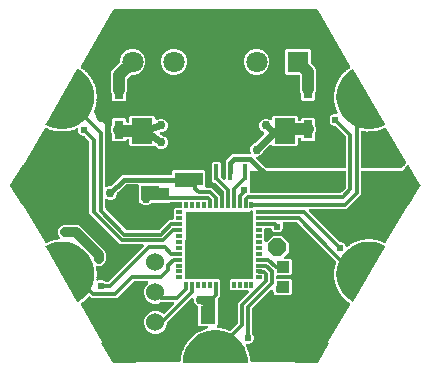
<source format=gbr>
G04 EAGLE Gerber RS-274X export*
G75*
%MOMM*%
%FSLAX34Y34*%
%LPD*%
%INBottom Copper*%
%IPPOS*%
%AMOC8*
5,1,8,0,0,1.08239X$1,22.5*%
G01*
%ADD10R,0.400000X1.399997*%
%ADD11P,1.649562X8X112.500000*%
%ADD12R,1.100000X1.000000*%
%ADD13R,1.000000X1.100000*%
%ADD14R,1.500000X1.300000*%
%ADD15R,1.300000X1.500000*%
%ADD16R,0.297181X0.550000*%
%ADD17R,0.550000X0.297181*%
%ADD18R,5.600000X5.600000*%
%ADD19R,1.800000X2.200000*%
%ADD20R,0.800000X1.600000*%
%ADD21C,1.524000*%
%ADD22C,1.000000*%
%ADD23R,1.800000X1.800000*%
%ADD24C,1.800000*%
%ADD25C,0.304800*%
%ADD26C,0.508000*%
%ADD27C,0.750000*%
%ADD28C,0.812800*%
%ADD29C,0.406400*%
%ADD30C,0.604800*%
%ADD31C,0.254000*%
%ADD32C,1.016000*%
%ADD33C,0.609600*%

G36*
X4763Y141540D02*
X4763Y141540D01*
X4882Y141543D01*
X4921Y141555D01*
X4961Y141559D01*
X5073Y141599D01*
X5188Y141632D01*
X5222Y141652D01*
X5260Y141666D01*
X5359Y141733D01*
X5461Y141793D01*
X5507Y141833D01*
X5524Y141845D01*
X5537Y141860D01*
X5582Y141900D01*
X6676Y142993D01*
X6736Y143071D01*
X6804Y143143D01*
X6833Y143196D01*
X6870Y143244D01*
X6910Y143335D01*
X6958Y143422D01*
X6973Y143480D01*
X6997Y143536D01*
X7012Y143634D01*
X7037Y143730D01*
X7043Y143830D01*
X7047Y143850D01*
X7045Y143863D01*
X7047Y143891D01*
X7047Y145177D01*
X7035Y145275D01*
X7032Y145375D01*
X7015Y145433D01*
X7007Y145493D01*
X6971Y145585D01*
X6943Y145680D01*
X6913Y145732D01*
X6890Y145789D01*
X6832Y145869D01*
X6782Y145954D01*
X6716Y146029D01*
X6704Y146046D01*
X6694Y146054D01*
X6676Y146075D01*
X103Y152648D01*
X25Y152708D01*
X-48Y152776D01*
X-101Y152805D01*
X-149Y152842D01*
X-239Y152882D01*
X-326Y152930D01*
X-385Y152945D01*
X-440Y152969D01*
X-538Y152984D01*
X-634Y153009D01*
X-734Y153015D01*
X-754Y153019D01*
X-767Y153018D01*
X-795Y153019D01*
X-2089Y153019D01*
X-3206Y154136D01*
X-3206Y169714D01*
X-2089Y170831D01*
X3489Y170831D01*
X4606Y169714D01*
X4606Y158371D01*
X4618Y158273D01*
X4621Y158174D01*
X4638Y158116D01*
X4646Y158056D01*
X4682Y157963D01*
X4710Y157868D01*
X4740Y157816D01*
X4763Y157760D01*
X4821Y157680D01*
X4871Y157594D01*
X4937Y157519D01*
X4949Y157502D01*
X4959Y157495D01*
X4978Y157474D01*
X6628Y155824D01*
X6737Y155738D01*
X6844Y155650D01*
X6863Y155641D01*
X6879Y155629D01*
X7007Y155573D01*
X7132Y155514D01*
X7152Y155510D01*
X7171Y155502D01*
X7309Y155480D01*
X7445Y155454D01*
X7465Y155456D01*
X7485Y155452D01*
X7624Y155465D01*
X7762Y155474D01*
X7781Y155480D01*
X7801Y155482D01*
X7933Y155529D01*
X8064Y155572D01*
X8082Y155583D01*
X8101Y155590D01*
X8216Y155668D01*
X8333Y155742D01*
X8347Y155757D01*
X8364Y155768D01*
X8456Y155873D01*
X8551Y155974D01*
X8561Y155992D01*
X8574Y156007D01*
X8638Y156131D01*
X8705Y156252D01*
X8710Y156272D01*
X8719Y156290D01*
X8749Y156426D01*
X8784Y156560D01*
X8786Y156588D01*
X8789Y156600D01*
X8788Y156621D01*
X8794Y156721D01*
X8794Y159736D01*
X8782Y159834D01*
X8779Y159933D01*
X8762Y159991D01*
X8762Y171494D01*
X14244Y176975D01*
X28560Y176975D01*
X28610Y176981D01*
X28659Y176979D01*
X28767Y177001D01*
X28876Y177015D01*
X28922Y177033D01*
X28971Y177043D01*
X29070Y177092D01*
X29172Y177132D01*
X29212Y177161D01*
X29257Y177183D01*
X29340Y177254D01*
X29429Y177319D01*
X29461Y177357D01*
X29499Y177389D01*
X29562Y177479D01*
X29632Y177564D01*
X29653Y177609D01*
X29682Y177649D01*
X29721Y177752D01*
X29767Y177852D01*
X29777Y177900D01*
X29794Y177947D01*
X29807Y178056D01*
X29827Y178164D01*
X29824Y178213D01*
X29830Y178263D01*
X29814Y178372D01*
X29807Y178481D01*
X29792Y178529D01*
X29785Y178578D01*
X29733Y178730D01*
X29269Y179850D01*
X29269Y182100D01*
X30130Y184179D01*
X31721Y185770D01*
X33183Y186375D01*
X33191Y186380D01*
X33200Y186382D01*
X33329Y186458D01*
X33459Y186533D01*
X33466Y186539D01*
X33474Y186544D01*
X33595Y186650D01*
X41217Y194273D01*
X41248Y194312D01*
X41284Y194345D01*
X41345Y194437D01*
X41412Y194524D01*
X41432Y194570D01*
X41459Y194611D01*
X41495Y194715D01*
X41538Y194816D01*
X41546Y194865D01*
X41562Y194912D01*
X41571Y195021D01*
X41588Y195130D01*
X41584Y195179D01*
X41588Y195229D01*
X41569Y195337D01*
X41558Y195447D01*
X41542Y195493D01*
X41533Y195542D01*
X41488Y195642D01*
X41451Y195746D01*
X41423Y195787D01*
X41403Y195832D01*
X41334Y195918D01*
X41272Y196009D01*
X41235Y196042D01*
X41204Y196081D01*
X41116Y196147D01*
X41034Y196219D01*
X40990Y196242D01*
X40950Y196272D01*
X40805Y196343D01*
X39659Y196818D01*
X38068Y198409D01*
X37207Y200487D01*
X37207Y202738D01*
X38068Y204816D01*
X39659Y206407D01*
X41737Y207268D01*
X43988Y207268D01*
X46177Y206361D01*
X46225Y206348D01*
X46270Y206327D01*
X46377Y206307D01*
X46484Y206277D01*
X46533Y206277D01*
X46582Y206267D01*
X46692Y206274D01*
X46802Y206272D01*
X46850Y206284D01*
X46899Y206287D01*
X47004Y206321D01*
X47111Y206347D01*
X47155Y206370D01*
X47202Y206385D01*
X47295Y206444D01*
X47392Y206495D01*
X47429Y206529D01*
X47471Y206555D01*
X47546Y206635D01*
X47627Y206709D01*
X47655Y206751D01*
X47689Y206787D01*
X47742Y206883D01*
X47802Y206975D01*
X47818Y207022D01*
X47842Y207065D01*
X47870Y207172D01*
X47905Y207276D01*
X47909Y207325D01*
X47922Y207373D01*
X47932Y207534D01*
X47932Y208639D01*
X49048Y209756D01*
X68627Y209756D01*
X69743Y208639D01*
X69743Y206574D01*
X69758Y206456D01*
X69766Y206337D01*
X69778Y206299D01*
X69783Y206258D01*
X69827Y206148D01*
X69864Y206035D01*
X69885Y206000D01*
X69900Y205963D01*
X69970Y205866D01*
X70034Y205766D01*
X70063Y205738D01*
X70087Y205705D01*
X70179Y205629D01*
X70265Y205548D01*
X70301Y205528D01*
X70332Y205503D01*
X70440Y205452D01*
X70544Y205394D01*
X70583Y205384D01*
X70620Y205367D01*
X70736Y205345D01*
X70852Y205315D01*
X70912Y205311D01*
X70932Y205307D01*
X70952Y205309D01*
X71012Y205305D01*
X71194Y205305D01*
X71312Y205320D01*
X71431Y205327D01*
X71469Y205339D01*
X71509Y205345D01*
X71620Y205388D01*
X71733Y205425D01*
X71767Y205447D01*
X71805Y205462D01*
X71901Y205531D01*
X72002Y205595D01*
X72029Y205625D01*
X72062Y205648D01*
X72138Y205740D01*
X72220Y205827D01*
X72239Y205862D01*
X72265Y205893D01*
X72316Y206001D01*
X72373Y206105D01*
X72383Y206145D01*
X72401Y206181D01*
X72423Y206298D01*
X72453Y206413D01*
X72456Y206473D01*
X72460Y206493D01*
X72459Y206514D01*
X72463Y206574D01*
X72463Y207108D01*
X73579Y208225D01*
X83158Y208225D01*
X84274Y207108D01*
X84274Y202568D01*
X84275Y202559D01*
X84274Y202550D01*
X84295Y202401D01*
X84314Y202253D01*
X84318Y202244D01*
X84319Y202235D01*
X84371Y202083D01*
X85354Y199709D01*
X85354Y196929D01*
X84371Y194555D01*
X84369Y194546D01*
X84364Y194538D01*
X84327Y194393D01*
X84287Y194249D01*
X84287Y194239D01*
X84285Y194230D01*
X84274Y194070D01*
X84274Y189530D01*
X83158Y188413D01*
X73579Y188413D01*
X72463Y189530D01*
X72463Y190064D01*
X72448Y190182D01*
X72441Y190301D01*
X72428Y190339D01*
X72423Y190380D01*
X72379Y190490D01*
X72343Y190603D01*
X72321Y190638D01*
X72306Y190675D01*
X72236Y190771D01*
X72172Y190872D01*
X72143Y190900D01*
X72119Y190933D01*
X72027Y191008D01*
X71941Y191090D01*
X71905Y191110D01*
X71874Y191135D01*
X71767Y191186D01*
X71662Y191244D01*
X71623Y191254D01*
X71586Y191271D01*
X71470Y191293D01*
X71354Y191323D01*
X71294Y191327D01*
X71274Y191331D01*
X71254Y191329D01*
X71194Y191333D01*
X71012Y191333D01*
X70894Y191318D01*
X70776Y191311D01*
X70737Y191298D01*
X70697Y191293D01*
X70586Y191250D01*
X70473Y191213D01*
X70439Y191191D01*
X70401Y191176D01*
X70305Y191106D01*
X70204Y191043D01*
X70177Y191013D01*
X70144Y190990D01*
X70068Y190898D01*
X69986Y190811D01*
X69967Y190776D01*
X69941Y190745D01*
X69890Y190637D01*
X69833Y190533D01*
X69823Y190493D01*
X69806Y190457D01*
X69783Y190340D01*
X69753Y190225D01*
X69750Y190164D01*
X69746Y190144D01*
X69747Y190124D01*
X69743Y190064D01*
X69743Y185061D01*
X68627Y183944D01*
X49048Y183944D01*
X47872Y185121D01*
X47777Y185194D01*
X47688Y185273D01*
X47652Y185291D01*
X47620Y185316D01*
X47511Y185363D01*
X47405Y185417D01*
X47366Y185426D01*
X47328Y185442D01*
X47211Y185461D01*
X47095Y185487D01*
X47054Y185486D01*
X47014Y185492D01*
X46896Y185481D01*
X46777Y185477D01*
X46738Y185466D01*
X46698Y185462D01*
X46585Y185422D01*
X46471Y185389D01*
X46437Y185368D01*
X46398Y185355D01*
X46300Y185288D01*
X46197Y185227D01*
X46152Y185187D01*
X46135Y185176D01*
X46122Y185161D01*
X46077Y185121D01*
X40600Y179645D01*
X40595Y179637D01*
X40587Y179631D01*
X40497Y179512D01*
X40405Y179393D01*
X40402Y179385D01*
X40396Y179377D01*
X40325Y179233D01*
X39720Y177771D01*
X38129Y176180D01*
X36050Y175319D01*
X35951Y175319D01*
X35814Y175302D01*
X35675Y175289D01*
X35656Y175282D01*
X35636Y175279D01*
X35507Y175228D01*
X35376Y175181D01*
X35359Y175170D01*
X35340Y175162D01*
X35228Y175081D01*
X35112Y175003D01*
X35099Y174987D01*
X35083Y174976D01*
X34994Y174868D01*
X34902Y174764D01*
X34893Y174746D01*
X34880Y174731D01*
X34821Y174605D01*
X34757Y174481D01*
X34753Y174461D01*
X34744Y174443D01*
X34718Y174307D01*
X34688Y174171D01*
X34688Y174150D01*
X34685Y174131D01*
X34693Y173992D01*
X34697Y173853D01*
X34703Y173833D01*
X34704Y173813D01*
X34747Y173681D01*
X34786Y173547D01*
X34796Y173530D01*
X34802Y173511D01*
X34877Y173393D01*
X34947Y173273D01*
X34966Y173252D01*
X34973Y173242D01*
X34988Y173228D01*
X35054Y173153D01*
X42416Y165790D01*
X42495Y165729D01*
X42567Y165661D01*
X42620Y165632D01*
X42668Y165595D01*
X42759Y165556D01*
X42845Y165508D01*
X42904Y165493D01*
X42959Y165469D01*
X43057Y165453D01*
X43153Y165428D01*
X43253Y165422D01*
X43274Y165419D01*
X43286Y165420D01*
X43314Y165418D01*
X109601Y165418D01*
X109719Y165433D01*
X109838Y165441D01*
X109876Y165453D01*
X109917Y165458D01*
X110027Y165502D01*
X110140Y165539D01*
X110175Y165560D01*
X110212Y165575D01*
X110308Y165645D01*
X110409Y165709D01*
X110437Y165738D01*
X110470Y165762D01*
X110546Y165854D01*
X110627Y165940D01*
X110647Y165976D01*
X110672Y166007D01*
X110723Y166115D01*
X110781Y166219D01*
X110791Y166258D01*
X110808Y166295D01*
X110830Y166411D01*
X110860Y166527D01*
X110864Y166587D01*
X110868Y166607D01*
X110866Y166627D01*
X110870Y166688D01*
X110870Y191729D01*
X110858Y191827D01*
X110855Y191926D01*
X110849Y191947D01*
X110848Y191961D01*
X110836Y191997D01*
X110830Y192044D01*
X110794Y192136D01*
X110766Y192231D01*
X110753Y192254D01*
X110750Y192264D01*
X110733Y192291D01*
X110713Y192340D01*
X110655Y192420D01*
X110605Y192505D01*
X110539Y192581D01*
X110527Y192597D01*
X110517Y192605D01*
X110499Y192626D01*
X102051Y201074D01*
X101973Y201134D01*
X101901Y201202D01*
X101848Y201231D01*
X101800Y201268D01*
X101709Y201308D01*
X101622Y201356D01*
X101564Y201371D01*
X101508Y201395D01*
X101410Y201410D01*
X101314Y201435D01*
X101214Y201441D01*
X101194Y201445D01*
X101182Y201443D01*
X101154Y201445D01*
X100619Y201445D01*
X98808Y202196D01*
X97421Y203583D01*
X96670Y205394D01*
X96670Y207356D01*
X97421Y209167D01*
X98808Y210554D01*
X100619Y211305D01*
X102194Y211305D01*
X102325Y211321D01*
X102457Y211332D01*
X102482Y211341D01*
X102509Y211345D01*
X102632Y211393D01*
X102757Y211437D01*
X102780Y211452D01*
X102805Y211462D01*
X102912Y211539D01*
X103022Y211612D01*
X103040Y211632D01*
X103062Y211648D01*
X103147Y211750D01*
X103235Y211848D01*
X103248Y211872D01*
X103265Y211893D01*
X103321Y212013D01*
X103383Y212130D01*
X103389Y212157D01*
X103401Y212181D01*
X103425Y212311D01*
X103456Y212440D01*
X103455Y212467D01*
X103460Y212493D01*
X103452Y212625D01*
X103450Y212758D01*
X103442Y212784D01*
X103441Y212811D01*
X103400Y212936D01*
X103364Y213064D01*
X103347Y213099D01*
X103343Y213113D01*
X103331Y213132D01*
X103293Y213208D01*
X102953Y213797D01*
X102963Y213869D01*
X102962Y213873D01*
X102963Y213878D01*
X102944Y214031D01*
X102927Y214185D01*
X102925Y214189D01*
X102925Y214193D01*
X102875Y214347D01*
X102284Y215854D01*
X102282Y215858D01*
X102281Y215862D01*
X102207Y215997D01*
X102132Y216133D01*
X102129Y216136D01*
X102127Y216140D01*
X102021Y216252D01*
X101968Y216309D01*
X101798Y217055D01*
X101793Y217069D01*
X101792Y217083D01*
X101742Y217236D01*
X101463Y217948D01*
X101484Y218018D01*
X101484Y218022D01*
X101485Y218026D01*
X101490Y218182D01*
X101495Y218335D01*
X101494Y218339D01*
X101494Y218343D01*
X101468Y218502D01*
X101109Y220081D01*
X101107Y220085D01*
X101107Y220089D01*
X101053Y220233D01*
X101000Y220380D01*
X100997Y220383D01*
X100996Y220387D01*
X100908Y220514D01*
X100864Y220578D01*
X100807Y221341D01*
X100804Y221355D01*
X100804Y221370D01*
X100779Y221529D01*
X100609Y222274D01*
X100639Y222340D01*
X100640Y222344D01*
X100642Y222348D01*
X100669Y222500D01*
X100698Y222652D01*
X100697Y222656D01*
X100698Y222661D01*
X100696Y222822D01*
X100576Y224436D01*
X100575Y224440D01*
X100575Y224444D01*
X100543Y224596D01*
X100513Y224748D01*
X100511Y224752D01*
X100510Y224756D01*
X100441Y224895D01*
X100408Y224964D01*
X100465Y225727D01*
X100465Y225741D01*
X100467Y225756D01*
X100465Y225917D01*
X100409Y226679D01*
X100449Y226740D01*
X100450Y226743D01*
X100452Y226747D01*
X100503Y226896D01*
X100553Y227040D01*
X100553Y227044D01*
X100555Y227048D01*
X100577Y227208D01*
X100698Y228822D01*
X100698Y228826D01*
X100699Y228830D01*
X100690Y228983D01*
X100682Y229140D01*
X100681Y229144D01*
X100681Y229148D01*
X100635Y229293D01*
X100611Y229369D01*
X100781Y230115D01*
X100783Y230129D01*
X100788Y230143D01*
X100810Y230303D01*
X100867Y231065D01*
X100916Y231119D01*
X100918Y231122D01*
X100920Y231126D01*
X100992Y231264D01*
X101064Y231400D01*
X101065Y231404D01*
X101067Y231408D01*
X101112Y231562D01*
X101473Y233141D01*
X101473Y233145D01*
X101475Y233149D01*
X101489Y233300D01*
X101505Y233457D01*
X101504Y233461D01*
X101504Y233465D01*
X101480Y233617D01*
X101468Y233695D01*
X101748Y234407D01*
X101751Y234421D01*
X101758Y234434D01*
X101771Y234476D01*
X101775Y234486D01*
X101778Y234502D01*
X101804Y234588D01*
X101974Y235333D01*
X102030Y235379D01*
X102033Y235383D01*
X102036Y235385D01*
X102126Y235510D01*
X102219Y235636D01*
X102220Y235640D01*
X102223Y235643D01*
X102291Y235789D01*
X102883Y237296D01*
X102884Y237300D01*
X102886Y237303D01*
X102922Y237449D01*
X102961Y237604D01*
X102961Y237608D01*
X102962Y237612D01*
X102961Y237765D01*
X102960Y237844D01*
X103343Y238507D01*
X103349Y238520D01*
X103357Y238532D01*
X103426Y238678D01*
X103705Y239389D01*
X103767Y239426D01*
X103770Y239429D01*
X103774Y239431D01*
X103880Y239540D01*
X103992Y239652D01*
X103994Y239655D01*
X103997Y239658D01*
X104086Y239792D01*
X104896Y241194D01*
X104898Y241198D01*
X104900Y241201D01*
X104960Y241346D01*
X105019Y241487D01*
X105020Y241491D01*
X105022Y241495D01*
X105043Y241645D01*
X105055Y241725D01*
X105532Y242323D01*
X105539Y242335D01*
X105550Y242346D01*
X105639Y242480D01*
X106021Y243142D01*
X106088Y243169D01*
X106092Y243172D01*
X106096Y243173D01*
X106219Y243266D01*
X106344Y243359D01*
X106346Y243362D01*
X106350Y243364D01*
X106458Y243483D01*
X107468Y244749D01*
X107470Y244753D01*
X107473Y244756D01*
X107552Y244887D01*
X107634Y245021D01*
X107635Y245025D01*
X107637Y245028D01*
X107681Y245176D01*
X107704Y245250D01*
X108265Y245770D01*
X108274Y245781D01*
X108286Y245790D01*
X108394Y245909D01*
X108871Y246507D01*
X108941Y246524D01*
X108945Y246526D01*
X108949Y246527D01*
X109086Y246601D01*
X109222Y246674D01*
X109225Y246676D01*
X109229Y246678D01*
X109354Y246780D01*
X110541Y247881D01*
X110543Y247884D01*
X110547Y247886D01*
X110645Y248006D01*
X110745Y248125D01*
X110747Y248128D01*
X110749Y248131D01*
X110814Y248268D01*
X110849Y248341D01*
X111481Y248772D01*
X111492Y248782D01*
X111505Y248789D01*
X111630Y248890D01*
X112190Y249410D01*
X112262Y249417D01*
X112266Y249418D01*
X112270Y249418D01*
X112417Y249471D01*
X112562Y249522D01*
X112566Y249525D01*
X112569Y249526D01*
X112708Y249608D01*
X113588Y250208D01*
X113642Y250255D01*
X113702Y250295D01*
X113761Y250360D01*
X113826Y250418D01*
X113867Y250478D01*
X113915Y250531D01*
X113956Y250609D01*
X114005Y250681D01*
X114029Y250749D01*
X114062Y250813D01*
X114083Y250898D01*
X114112Y250981D01*
X114119Y251052D01*
X114135Y251122D01*
X114134Y251210D01*
X114142Y251297D01*
X114131Y251368D01*
X114129Y251440D01*
X114106Y251525D01*
X114092Y251611D01*
X114063Y251677D01*
X114044Y251747D01*
X113972Y251891D01*
X86531Y299423D01*
X86467Y299507D01*
X86410Y299597D01*
X86371Y299634D01*
X86338Y299676D01*
X86256Y299742D01*
X86179Y299815D01*
X86131Y299841D01*
X86089Y299874D01*
X85993Y299917D01*
X85900Y299968D01*
X85848Y299982D01*
X85799Y300003D01*
X85694Y300021D01*
X85592Y300048D01*
X85507Y300053D01*
X85485Y300057D01*
X85470Y300055D01*
X85431Y300058D01*
X-85431Y300058D01*
X-85536Y300045D01*
X-85642Y300040D01*
X-85694Y300025D01*
X-85747Y300018D01*
X-85845Y299979D01*
X-85946Y299949D01*
X-85993Y299921D01*
X-86043Y299901D01*
X-86128Y299839D01*
X-86219Y299784D01*
X-86256Y299746D01*
X-86300Y299714D01*
X-86367Y299633D01*
X-86441Y299557D01*
X-86489Y299486D01*
X-86503Y299469D01*
X-86509Y299455D01*
X-86531Y299423D01*
X-113972Y251891D01*
X-114000Y251825D01*
X-114037Y251763D01*
X-114062Y251679D01*
X-114096Y251598D01*
X-114106Y251527D01*
X-114126Y251458D01*
X-114129Y251370D01*
X-114142Y251283D01*
X-114135Y251212D01*
X-114137Y251140D01*
X-114118Y251054D01*
X-114109Y250967D01*
X-114084Y250899D01*
X-114068Y250829D01*
X-114029Y250751D01*
X-113998Y250669D01*
X-113957Y250610D01*
X-113925Y250546D01*
X-113867Y250480D01*
X-113817Y250408D01*
X-113762Y250361D01*
X-113715Y250306D01*
X-113588Y250208D01*
X-112708Y249608D01*
X-112704Y249606D01*
X-112701Y249603D01*
X-112561Y249533D01*
X-112425Y249463D01*
X-112421Y249462D01*
X-112417Y249461D01*
X-112262Y249427D01*
X-112191Y249411D01*
X-111630Y248890D01*
X-111618Y248882D01*
X-111608Y248871D01*
X-111481Y248772D01*
X-110849Y248342D01*
X-110827Y248273D01*
X-110825Y248269D01*
X-110823Y248265D01*
X-110740Y248135D01*
X-110657Y248004D01*
X-110654Y248001D01*
X-110652Y247998D01*
X-110541Y247881D01*
X-109354Y246780D01*
X-109350Y246778D01*
X-109348Y246774D01*
X-109221Y246685D01*
X-109095Y246595D01*
X-109091Y246593D01*
X-109088Y246591D01*
X-108943Y246536D01*
X-108871Y246508D01*
X-108394Y245909D01*
X-108383Y245899D01*
X-108376Y245887D01*
X-108265Y245770D01*
X-107704Y245251D01*
X-107692Y245179D01*
X-107691Y245175D01*
X-107690Y245171D01*
X-107628Y245032D01*
X-107564Y244888D01*
X-107562Y244885D01*
X-107560Y244881D01*
X-107468Y244749D01*
X-106458Y243484D01*
X-106455Y243481D01*
X-106453Y243477D01*
X-106341Y243369D01*
X-106230Y243262D01*
X-106226Y243260D01*
X-106223Y243257D01*
X-106090Y243182D01*
X-106022Y243142D01*
X-105639Y242480D01*
X-105630Y242468D01*
X-105624Y242455D01*
X-105532Y242323D01*
X-105055Y241725D01*
X-105054Y241653D01*
X-105053Y241649D01*
X-105053Y241645D01*
X-105011Y241494D01*
X-104971Y241346D01*
X-104969Y241342D01*
X-104968Y241338D01*
X-104896Y241194D01*
X-104086Y239792D01*
X-104084Y239789D01*
X-104082Y239785D01*
X-103989Y239664D01*
X-103894Y239539D01*
X-103890Y239536D01*
X-103888Y239533D01*
X-103766Y239438D01*
X-103705Y239390D01*
X-103426Y238678D01*
X-103419Y238665D01*
X-103415Y238651D01*
X-103343Y238507D01*
X-102961Y237845D01*
X-102971Y237773D01*
X-102970Y237769D01*
X-102971Y237765D01*
X-102952Y237612D01*
X-102934Y237457D01*
X-102933Y237453D01*
X-102932Y237449D01*
X-102883Y237296D01*
X-102291Y235789D01*
X-102289Y235785D01*
X-102288Y235781D01*
X-102214Y235647D01*
X-102138Y235510D01*
X-102135Y235507D01*
X-102133Y235503D01*
X-102027Y235390D01*
X-101974Y235334D01*
X-101804Y234588D01*
X-101799Y234575D01*
X-101797Y234560D01*
X-101748Y234407D01*
X-101468Y233695D01*
X-101489Y233626D01*
X-101489Y233622D01*
X-101490Y233618D01*
X-101494Y233463D01*
X-101500Y233308D01*
X-101499Y233304D01*
X-101499Y233300D01*
X-101473Y233141D01*
X-101112Y231562D01*
X-101111Y231558D01*
X-101110Y231554D01*
X-101056Y231408D01*
X-101003Y231264D01*
X-101001Y231260D01*
X-100999Y231256D01*
X-100911Y231129D01*
X-100867Y231066D01*
X-100810Y230303D01*
X-100807Y230288D01*
X-100807Y230274D01*
X-100781Y230115D01*
X-100611Y229370D01*
X-100642Y229304D01*
X-100642Y229300D01*
X-100644Y229296D01*
X-100671Y229144D01*
X-100700Y228991D01*
X-100699Y228987D01*
X-100700Y228983D01*
X-100698Y228822D01*
X-100577Y227208D01*
X-100576Y227204D01*
X-100576Y227199D01*
X-100544Y227045D01*
X-100513Y226896D01*
X-100512Y226892D01*
X-100511Y226888D01*
X-100441Y226747D01*
X-100408Y226680D01*
X-100465Y225917D01*
X-100465Y225902D01*
X-100467Y225888D01*
X-100465Y225727D01*
X-100408Y224965D01*
X-100448Y224904D01*
X-100449Y224900D01*
X-100452Y224897D01*
X-100502Y224748D01*
X-100552Y224604D01*
X-100552Y224600D01*
X-100554Y224596D01*
X-100576Y224436D01*
X-100696Y222822D01*
X-100696Y222818D01*
X-100697Y222813D01*
X-100688Y222656D01*
X-100680Y222504D01*
X-100679Y222500D01*
X-100679Y222496D01*
X-100631Y222347D01*
X-100609Y222275D01*
X-100779Y221529D01*
X-100780Y221514D01*
X-100785Y221500D01*
X-100807Y221341D01*
X-100864Y220579D01*
X-100912Y220525D01*
X-100914Y220521D01*
X-100917Y220518D01*
X-100988Y220380D01*
X-101060Y220243D01*
X-101061Y220239D01*
X-101063Y220235D01*
X-101109Y220081D01*
X-101468Y218502D01*
X-101469Y218498D01*
X-101470Y218494D01*
X-101485Y218339D01*
X-101500Y218186D01*
X-101499Y218182D01*
X-101499Y218178D01*
X-101475Y218026D01*
X-101463Y217949D01*
X-101742Y217236D01*
X-101746Y217222D01*
X-101753Y217209D01*
X-101798Y217055D01*
X-101968Y216309D01*
X-102024Y216263D01*
X-102027Y216260D01*
X-102030Y216257D01*
X-102121Y216132D01*
X-102212Y216007D01*
X-102214Y216003D01*
X-102216Y216000D01*
X-102284Y215854D01*
X-102875Y214347D01*
X-102876Y214343D01*
X-102878Y214339D01*
X-102916Y214187D01*
X-102953Y214038D01*
X-102953Y214034D01*
X-102954Y214030D01*
X-102953Y213875D01*
X-102953Y213761D01*
X-102965Y213716D01*
X-102968Y213708D01*
X-102975Y213694D01*
X-102975Y213691D01*
X-102993Y213648D01*
X-103006Y213563D01*
X-103028Y213480D01*
X-103029Y213410D01*
X-103034Y213382D01*
X-103034Y213373D01*
X-103040Y213334D01*
X-103031Y213248D01*
X-103032Y213162D01*
X-103017Y213102D01*
X-103015Y213065D01*
X-103010Y213050D01*
X-103006Y213017D01*
X-102976Y212937D01*
X-102956Y212853D01*
X-102922Y212779D01*
X-102917Y212762D01*
X-102908Y212749D01*
X-102900Y212730D01*
X-102896Y212719D01*
X-102893Y212715D01*
X-102889Y212706D01*
X-98993Y205457D01*
X-98921Y205355D01*
X-98854Y205249D01*
X-98829Y205226D01*
X-98809Y205198D01*
X-98713Y205117D01*
X-98622Y205031D01*
X-98592Y205015D01*
X-98566Y204993D01*
X-98453Y204938D01*
X-98344Y204878D01*
X-98311Y204869D01*
X-98279Y204854D01*
X-98157Y204830D01*
X-98036Y204798D01*
X-97986Y204795D01*
X-97968Y204792D01*
X-97946Y204793D01*
X-97875Y204788D01*
X-95522Y204788D01*
X-93662Y202928D01*
X-93662Y197450D01*
X-93649Y197352D01*
X-93646Y197253D01*
X-93630Y197195D01*
X-93622Y197135D01*
X-93585Y197043D01*
X-93558Y196948D01*
X-93527Y196895D01*
X-93505Y196839D01*
X-93447Y196759D01*
X-93408Y196693D01*
X-93408Y195381D01*
X-93399Y195308D01*
X-93399Y195235D01*
X-93379Y195151D01*
X-93368Y195065D01*
X-93357Y195037D01*
X-93406Y194032D01*
X-93405Y194015D01*
X-93408Y193970D01*
X-93408Y150617D01*
X-93402Y150567D01*
X-93404Y150518D01*
X-93382Y150410D01*
X-93368Y150301D01*
X-93350Y150255D01*
X-93340Y150206D01*
X-93291Y150108D01*
X-93251Y150005D01*
X-93222Y149965D01*
X-93200Y149921D01*
X-93129Y149837D01*
X-93064Y149748D01*
X-93026Y149716D01*
X-92994Y149679D01*
X-92904Y149615D01*
X-92819Y149545D01*
X-92774Y149524D01*
X-92733Y149495D01*
X-92631Y149456D01*
X-92531Y149410D01*
X-92483Y149400D01*
X-92436Y149383D01*
X-92327Y149371D01*
X-92219Y149350D01*
X-92170Y149353D01*
X-92120Y149347D01*
X-92011Y149363D01*
X-91902Y149370D01*
X-91854Y149385D01*
X-91805Y149392D01*
X-91653Y149444D01*
X-90025Y150118D01*
X-89339Y150118D01*
X-89241Y150131D01*
X-89142Y150134D01*
X-89083Y150150D01*
X-89023Y150158D01*
X-88931Y150195D01*
X-88836Y150222D01*
X-88784Y150253D01*
X-88728Y150275D01*
X-88648Y150333D01*
X-88562Y150384D01*
X-88487Y150450D01*
X-88470Y150462D01*
X-88462Y150471D01*
X-88441Y150490D01*
X-79394Y159538D01*
X-37662Y159538D01*
X-37544Y159553D01*
X-37426Y159560D01*
X-37387Y159573D01*
X-37347Y159578D01*
X-37236Y159621D01*
X-37123Y159658D01*
X-37089Y159680D01*
X-37051Y159695D01*
X-36955Y159764D01*
X-36854Y159828D01*
X-36827Y159858D01*
X-36794Y159881D01*
X-36718Y159973D01*
X-36636Y160060D01*
X-36617Y160095D01*
X-36591Y160126D01*
X-36540Y160234D01*
X-36483Y160338D01*
X-36473Y160378D01*
X-36456Y160414D01*
X-36433Y160531D01*
X-36403Y160646D01*
X-36400Y160706D01*
X-36396Y160726D01*
X-36397Y160747D01*
X-36393Y160807D01*
X-36393Y162889D01*
X-35277Y164006D01*
X-10086Y164006D01*
X-8969Y162889D01*
X-8969Y150106D01*
X-8954Y149988D01*
X-8947Y149869D01*
X-8934Y149831D01*
X-8929Y149790D01*
X-8886Y149680D01*
X-8849Y149567D01*
X-8827Y149532D01*
X-8812Y149495D01*
X-8743Y149399D01*
X-8679Y149298D01*
X-8649Y149270D01*
X-8626Y149237D01*
X-8534Y149161D01*
X-8447Y149080D01*
X-8412Y149060D01*
X-8381Y149035D01*
X-8273Y148984D01*
X-8169Y148926D01*
X-8129Y148916D01*
X-8093Y148899D01*
X-7976Y148877D01*
X-7861Y148847D01*
X-7801Y148843D01*
X-7781Y148839D01*
X-7760Y148841D01*
X-7700Y148837D01*
X-3150Y148837D01*
X3787Y141900D01*
X3882Y141827D01*
X3971Y141748D01*
X4007Y141730D01*
X4039Y141705D01*
X4148Y141658D01*
X4254Y141603D01*
X4293Y141595D01*
X4330Y141579D01*
X4448Y141560D01*
X4564Y141534D01*
X4605Y141535D01*
X4645Y141529D01*
X4763Y141540D01*
G37*
G36*
X86676Y329D02*
X86676Y329D01*
X86754Y337D01*
X86773Y348D01*
X86795Y353D01*
X86859Y397D01*
X86927Y435D01*
X86943Y454D01*
X86959Y465D01*
X86983Y503D01*
X87033Y563D01*
X96533Y17063D01*
X96542Y17091D01*
X96558Y17114D01*
X96573Y17184D01*
X96596Y17252D01*
X96593Y17281D01*
X96599Y17309D01*
X96586Y17379D01*
X96580Y17450D01*
X96567Y17476D01*
X96561Y17504D01*
X96521Y17563D01*
X96488Y17627D01*
X96466Y17645D01*
X96450Y17669D01*
X96367Y17726D01*
X96335Y17753D01*
X96324Y17756D01*
X96314Y17764D01*
X95686Y18060D01*
X113972Y49734D01*
X114000Y49800D01*
X114037Y49862D01*
X114062Y49946D01*
X114096Y50027D01*
X114106Y50098D01*
X114126Y50167D01*
X114129Y50255D01*
X114142Y50342D01*
X114135Y50413D01*
X114137Y50485D01*
X114118Y50571D01*
X114109Y50658D01*
X114084Y50726D01*
X114068Y50796D01*
X114029Y50874D01*
X113998Y50956D01*
X113957Y51015D01*
X113925Y51079D01*
X113867Y51145D01*
X113817Y51217D01*
X113762Y51264D01*
X113715Y51319D01*
X113588Y51417D01*
X112708Y52017D01*
X112704Y52019D01*
X112701Y52022D01*
X112561Y52092D01*
X112425Y52162D01*
X112421Y52163D01*
X112417Y52164D01*
X112262Y52198D01*
X112191Y52214D01*
X111630Y52735D01*
X111618Y52743D01*
X111608Y52754D01*
X111481Y52853D01*
X110849Y53283D01*
X110827Y53352D01*
X110825Y53356D01*
X110823Y53360D01*
X110740Y53490D01*
X110657Y53621D01*
X110654Y53624D01*
X110652Y53627D01*
X110541Y53744D01*
X109354Y54845D01*
X109350Y54847D01*
X109348Y54851D01*
X109221Y54940D01*
X109095Y55030D01*
X109091Y55032D01*
X109088Y55034D01*
X108943Y55089D01*
X108871Y55117D01*
X108394Y55716D01*
X108383Y55726D01*
X108376Y55738D01*
X108265Y55855D01*
X107704Y56374D01*
X107692Y56446D01*
X107691Y56450D01*
X107690Y56454D01*
X107628Y56593D01*
X107564Y56737D01*
X107562Y56740D01*
X107560Y56744D01*
X107468Y56876D01*
X106458Y58142D01*
X106455Y58144D01*
X106453Y58148D01*
X106341Y58255D01*
X106230Y58363D01*
X106226Y58365D01*
X106223Y58368D01*
X106087Y58445D01*
X106022Y58483D01*
X105639Y59145D01*
X105630Y59157D01*
X105624Y59170D01*
X105532Y59302D01*
X105055Y59900D01*
X105054Y59972D01*
X105053Y59976D01*
X105053Y59980D01*
X105011Y60131D01*
X104971Y60279D01*
X104969Y60283D01*
X104968Y60287D01*
X104896Y60431D01*
X104086Y61833D01*
X104084Y61836D01*
X104082Y61840D01*
X103989Y61961D01*
X103894Y62086D01*
X103890Y62089D01*
X103888Y62092D01*
X103766Y62187D01*
X103705Y62235D01*
X103426Y62947D01*
X103419Y62960D01*
X103415Y62974D01*
X103392Y63020D01*
X103389Y63031D01*
X103380Y63044D01*
X103343Y63118D01*
X102961Y63780D01*
X102971Y63852D01*
X102970Y63856D01*
X102971Y63860D01*
X102952Y64013D01*
X102934Y64168D01*
X102933Y64172D01*
X102932Y64176D01*
X102883Y64329D01*
X102291Y65836D01*
X102289Y65840D01*
X102288Y65844D01*
X102214Y65978D01*
X102138Y66115D01*
X102135Y66118D01*
X102133Y66122D01*
X102027Y66235D01*
X101974Y66291D01*
X101804Y67037D01*
X101799Y67050D01*
X101797Y67065D01*
X101748Y67218D01*
X101468Y67930D01*
X101489Y67999D01*
X101489Y68003D01*
X101490Y68007D01*
X101494Y68162D01*
X101500Y68317D01*
X101499Y68321D01*
X101499Y68325D01*
X101473Y68484D01*
X101112Y70063D01*
X101111Y70067D01*
X101110Y70071D01*
X101056Y70216D01*
X101003Y70361D01*
X101001Y70365D01*
X100999Y70369D01*
X100911Y70496D01*
X100867Y70559D01*
X100810Y71322D01*
X100807Y71337D01*
X100807Y71351D01*
X100781Y71510D01*
X100611Y72255D01*
X100642Y72321D01*
X100642Y72325D01*
X100644Y72329D01*
X100671Y72481D01*
X100700Y72634D01*
X100699Y72638D01*
X100700Y72642D01*
X100698Y72803D01*
X100577Y74417D01*
X100576Y74421D01*
X100576Y74426D01*
X100544Y74579D01*
X100513Y74729D01*
X100512Y74733D01*
X100511Y74737D01*
X100443Y74875D01*
X100408Y74945D01*
X100465Y75708D01*
X100465Y75723D01*
X100467Y75737D01*
X100465Y75898D01*
X100408Y76660D01*
X100448Y76721D01*
X100449Y76725D01*
X100452Y76728D01*
X100502Y76876D01*
X100552Y77021D01*
X100552Y77025D01*
X100554Y77029D01*
X100576Y77189D01*
X100696Y78803D01*
X100696Y78808D01*
X100697Y78812D01*
X100688Y78967D01*
X100680Y79121D01*
X100679Y79125D01*
X100679Y79129D01*
X100633Y79273D01*
X100609Y79350D01*
X100779Y80096D01*
X100780Y80111D01*
X100785Y80125D01*
X100807Y80284D01*
X100864Y81046D01*
X100912Y81100D01*
X100914Y81104D01*
X100917Y81107D01*
X100987Y81243D01*
X101060Y81382D01*
X101061Y81386D01*
X101063Y81390D01*
X101109Y81544D01*
X101468Y83123D01*
X101469Y83127D01*
X101470Y83131D01*
X101485Y83287D01*
X101500Y83439D01*
X101499Y83443D01*
X101499Y83447D01*
X101475Y83600D01*
X101463Y83676D01*
X101742Y84389D01*
X101746Y84403D01*
X101753Y84416D01*
X101798Y84570D01*
X102012Y85507D01*
X102020Y85589D01*
X102038Y85669D01*
X102035Y85746D01*
X102043Y85824D01*
X102031Y85905D01*
X102028Y85987D01*
X102007Y86061D01*
X101995Y86138D01*
X101963Y86213D01*
X101940Y86292D01*
X101900Y86359D01*
X101870Y86430D01*
X101820Y86495D01*
X101778Y86566D01*
X101679Y86679D01*
X101676Y86683D01*
X101674Y86684D01*
X101672Y86687D01*
X94615Y93744D01*
X94611Y93773D01*
X94608Y93872D01*
X94591Y93931D01*
X94584Y93991D01*
X94547Y94083D01*
X94520Y94178D01*
X94489Y94230D01*
X94467Y94286D01*
X94409Y94366D01*
X94358Y94452D01*
X94292Y94527D01*
X94280Y94544D01*
X94271Y94552D01*
X94252Y94573D01*
X69528Y119297D01*
X69449Y119358D01*
X69377Y119426D01*
X69324Y119455D01*
X69276Y119492D01*
X69185Y119531D01*
X69099Y119579D01*
X69040Y119594D01*
X68984Y119618D01*
X68887Y119634D01*
X68791Y119659D01*
X68691Y119665D01*
X68670Y119668D01*
X68658Y119667D01*
X68630Y119669D01*
X58057Y119669D01*
X58007Y119663D01*
X57958Y119665D01*
X57850Y119643D01*
X57741Y119629D01*
X57695Y119611D01*
X57646Y119601D01*
X57548Y119552D01*
X57445Y119512D01*
X57405Y119483D01*
X57361Y119461D01*
X57277Y119390D01*
X57188Y119325D01*
X57156Y119287D01*
X57119Y119255D01*
X57055Y119165D01*
X56985Y119080D01*
X56964Y119035D01*
X56936Y118994D01*
X56897Y118892D01*
X56850Y118792D01*
X56840Y118744D01*
X56823Y118697D01*
X56811Y118588D01*
X56790Y118480D01*
X56793Y118431D01*
X56788Y118381D01*
X56803Y118272D01*
X56810Y118163D01*
X56825Y118115D01*
X56832Y118066D01*
X56884Y117914D01*
X57317Y116868D01*
X57317Y114907D01*
X56567Y113095D01*
X55180Y111708D01*
X53368Y110958D01*
X51407Y110958D01*
X49595Y111708D01*
X48208Y113095D01*
X47930Y113766D01*
X47920Y113785D01*
X47915Y113801D01*
X47911Y113806D01*
X47907Y113819D01*
X47837Y113929D01*
X47773Y114042D01*
X47752Y114063D01*
X47737Y114088D01*
X47642Y114177D01*
X47552Y114270D01*
X47526Y114286D01*
X47505Y114306D01*
X47391Y114369D01*
X47281Y114437D01*
X47252Y114445D01*
X47226Y114460D01*
X47101Y114492D01*
X46977Y114530D01*
X46947Y114532D01*
X46919Y114539D01*
X46758Y114549D01*
X42700Y114549D01*
X42582Y114534D01*
X42463Y114527D01*
X42425Y114514D01*
X42384Y114509D01*
X42274Y114466D01*
X42161Y114429D01*
X42126Y114407D01*
X42089Y114392D01*
X41993Y114323D01*
X41892Y114259D01*
X41864Y114229D01*
X41831Y114206D01*
X41755Y114114D01*
X41674Y114027D01*
X41654Y113992D01*
X41629Y113961D01*
X41578Y113853D01*
X41520Y113749D01*
X41510Y113709D01*
X41493Y113673D01*
X41471Y113556D01*
X41441Y113441D01*
X41437Y113381D01*
X41433Y113361D01*
X41434Y113346D01*
X41433Y113342D01*
X41434Y113331D01*
X41431Y113280D01*
X41431Y104004D01*
X41448Y103866D01*
X41461Y103728D01*
X41468Y103708D01*
X41471Y103688D01*
X41522Y103559D01*
X41569Y103428D01*
X41580Y103411D01*
X41588Y103393D01*
X41669Y103280D01*
X41747Y103165D01*
X41763Y103152D01*
X41774Y103135D01*
X41882Y103046D01*
X41986Y102955D01*
X42004Y102945D01*
X42019Y102932D01*
X42145Y102873D01*
X42269Y102810D01*
X42289Y102806D01*
X42307Y102797D01*
X42443Y102771D01*
X42579Y102740D01*
X42600Y102741D01*
X42619Y102737D01*
X42758Y102746D01*
X42897Y102750D01*
X42917Y102756D01*
X42937Y102757D01*
X43069Y102800D01*
X43203Y102838D01*
X43220Y102849D01*
X43239Y102855D01*
X43357Y102930D01*
X43477Y103000D01*
X43498Y103019D01*
X43508Y103025D01*
X43522Y103040D01*
X43597Y103106D01*
X48442Y107951D01*
X56333Y107951D01*
X61913Y102371D01*
X61913Y94479D01*
X58031Y90597D01*
X57946Y90488D01*
X57857Y90381D01*
X57849Y90362D01*
X57836Y90346D01*
X57781Y90218D01*
X57722Y90093D01*
X57718Y90073D01*
X57710Y90054D01*
X57688Y89916D01*
X57662Y89780D01*
X57663Y89760D01*
X57660Y89740D01*
X57673Y89601D01*
X57682Y89463D01*
X57688Y89444D01*
X57690Y89424D01*
X57737Y89292D01*
X57780Y89161D01*
X57791Y89143D01*
X57798Y89124D01*
X57876Y89009D01*
X57950Y88892D01*
X57965Y88878D01*
X57976Y88861D01*
X58081Y88769D01*
X58182Y88674D01*
X58199Y88664D01*
X58215Y88651D01*
X58339Y88587D01*
X58460Y88520D01*
X58480Y88515D01*
X58498Y88506D01*
X58634Y88476D01*
X58768Y88441D01*
X58796Y88439D01*
X58808Y88436D01*
X58829Y88437D01*
X58929Y88431D01*
X63439Y88431D01*
X64556Y87314D01*
X64556Y75736D01*
X63439Y74619D01*
X52606Y74619D01*
X52488Y74604D01*
X52369Y74597D01*
X52331Y74584D01*
X52290Y74579D01*
X52180Y74536D01*
X52067Y74499D01*
X52032Y74477D01*
X51995Y74462D01*
X51899Y74393D01*
X51798Y74329D01*
X51770Y74299D01*
X51737Y74276D01*
X51661Y74184D01*
X51580Y74097D01*
X51560Y74062D01*
X51535Y74031D01*
X51484Y73923D01*
X51426Y73819D01*
X51416Y73779D01*
X51399Y73743D01*
X51377Y73626D01*
X51347Y73511D01*
X51343Y73451D01*
X51339Y73431D01*
X51341Y73410D01*
X51337Y73350D01*
X51337Y72700D01*
X51352Y72582D01*
X51359Y72463D01*
X51372Y72425D01*
X51377Y72384D01*
X51420Y72274D01*
X51457Y72161D01*
X51479Y72126D01*
X51494Y72089D01*
X51563Y71993D01*
X51627Y71892D01*
X51657Y71864D01*
X51680Y71831D01*
X51772Y71755D01*
X51859Y71674D01*
X51894Y71654D01*
X51925Y71629D01*
X52033Y71578D01*
X52137Y71520D01*
X52177Y71510D01*
X52213Y71493D01*
X52330Y71471D01*
X52445Y71441D01*
X52505Y71437D01*
X52525Y71433D01*
X52546Y71435D01*
X52606Y71431D01*
X63439Y71431D01*
X64556Y70314D01*
X64556Y58736D01*
X63439Y57619D01*
X50861Y57619D01*
X49744Y58736D01*
X49744Y59796D01*
X49732Y59894D01*
X49729Y59993D01*
X49712Y60051D01*
X49704Y60111D01*
X49668Y60203D01*
X49640Y60299D01*
X49610Y60351D01*
X49587Y60407D01*
X49529Y60487D01*
X49479Y60572D01*
X49413Y60648D01*
X49401Y60664D01*
X49391Y60672D01*
X49388Y60675D01*
X48954Y61725D01*
X48943Y61744D01*
X48937Y61761D01*
X48924Y61782D01*
X48912Y61815D01*
X48851Y61906D01*
X48796Y62001D01*
X48762Y62037D01*
X48734Y62078D01*
X48651Y62151D01*
X48575Y62229D01*
X48533Y62255D01*
X48495Y62288D01*
X48397Y62338D01*
X48304Y62396D01*
X48256Y62410D01*
X48212Y62433D01*
X48105Y62457D01*
X48000Y62489D01*
X47950Y62492D01*
X47902Y62502D01*
X47792Y62499D01*
X47682Y62504D01*
X47634Y62494D01*
X47584Y62493D01*
X47478Y62462D01*
X47371Y62440D01*
X47326Y62418D01*
X47278Y62404D01*
X47184Y62349D01*
X47162Y62338D01*
X47153Y62334D01*
X47149Y62332D01*
X47085Y62300D01*
X47047Y62268D01*
X47004Y62243D01*
X46899Y62150D01*
X46896Y62147D01*
X46894Y62146D01*
X46884Y62136D01*
X31358Y46611D01*
X31298Y46533D01*
X31230Y46461D01*
X31201Y46408D01*
X31164Y46360D01*
X31124Y46269D01*
X31076Y46182D01*
X31061Y46124D01*
X31037Y46068D01*
X31022Y45970D01*
X30997Y45874D01*
X30991Y45774D01*
X30987Y45754D01*
X30989Y45742D01*
X30987Y45714D01*
X30987Y28688D01*
X30966Y28640D01*
X30950Y28542D01*
X30926Y28446D01*
X30919Y28346D01*
X30916Y28326D01*
X30917Y28313D01*
X30915Y28285D01*
X30915Y25533D01*
X30928Y25435D01*
X30931Y25336D01*
X30948Y25278D01*
X30955Y25218D01*
X30992Y25126D01*
X31019Y25031D01*
X31050Y24978D01*
X31072Y24922D01*
X31130Y24842D01*
X31181Y24757D01*
X31247Y24681D01*
X31259Y24665D01*
X31269Y24657D01*
X31287Y24636D01*
X31665Y24258D01*
X32415Y22446D01*
X32415Y20485D01*
X31665Y18673D01*
X30278Y17286D01*
X28466Y16536D01*
X27199Y16536D01*
X27162Y16531D01*
X27124Y16534D01*
X27004Y16511D01*
X26883Y16496D01*
X26848Y16482D01*
X26811Y16475D01*
X26701Y16424D01*
X26588Y16379D01*
X26557Y16357D01*
X26523Y16341D01*
X26429Y16264D01*
X26330Y16192D01*
X26306Y16163D01*
X26277Y16139D01*
X26205Y16041D01*
X26128Y15947D01*
X26111Y15913D01*
X26089Y15882D01*
X26044Y15770D01*
X25992Y15659D01*
X25985Y15622D01*
X25971Y15587D01*
X25955Y15466D01*
X25932Y15347D01*
X25935Y15309D01*
X25930Y15272D01*
X25945Y15151D01*
X25952Y15030D01*
X25964Y14994D01*
X25968Y14956D01*
X26017Y14803D01*
X26465Y13663D01*
X26472Y13650D01*
X26476Y13636D01*
X26547Y13492D01*
X26930Y12830D01*
X26920Y12758D01*
X26920Y12754D01*
X26920Y12750D01*
X26938Y12595D01*
X26956Y12442D01*
X26958Y12438D01*
X26958Y12434D01*
X27007Y12281D01*
X27598Y10775D01*
X27600Y10772D01*
X27601Y10768D01*
X27678Y10630D01*
X27750Y10496D01*
X27753Y10493D01*
X27755Y10490D01*
X27863Y10376D01*
X27914Y10321D01*
X28085Y9575D01*
X28090Y9561D01*
X28091Y9547D01*
X28140Y9394D01*
X28420Y8682D01*
X28399Y8612D01*
X28399Y8608D01*
X28398Y8604D01*
X28394Y8450D01*
X28388Y8294D01*
X28389Y8290D01*
X28389Y8286D01*
X28415Y8127D01*
X28775Y6551D01*
X28776Y6547D01*
X28777Y6543D01*
X28830Y6399D01*
X28884Y6252D01*
X28886Y6249D01*
X28888Y6245D01*
X28976Y6117D01*
X29020Y6054D01*
X29077Y5291D01*
X29080Y5277D01*
X29079Y5262D01*
X29097Y5152D01*
X29098Y5138D01*
X29101Y5130D01*
X29105Y5104D01*
X29275Y4358D01*
X29245Y4292D01*
X29244Y4288D01*
X29242Y4285D01*
X29214Y4128D01*
X29186Y3980D01*
X29187Y3976D01*
X29186Y3972D01*
X29188Y3811D01*
X29268Y2742D01*
X29282Y2671D01*
X29287Y2600D01*
X29314Y2516D01*
X29331Y2430D01*
X29363Y2365D01*
X29385Y2297D01*
X29432Y2223D01*
X29470Y2144D01*
X29516Y2089D01*
X29555Y2028D01*
X29619Y1968D01*
X29676Y1901D01*
X29734Y1860D01*
X29786Y1810D01*
X29863Y1768D01*
X29935Y1717D01*
X30002Y1692D01*
X30065Y1657D01*
X30150Y1635D01*
X30232Y1604D01*
X30303Y1595D01*
X30373Y1577D01*
X30534Y1567D01*
X67159Y1567D01*
X67102Y852D01*
X67106Y824D01*
X67101Y796D01*
X67118Y726D01*
X67126Y655D01*
X67141Y630D01*
X67147Y603D01*
X67190Y545D01*
X67226Y482D01*
X67248Y465D01*
X67265Y442D01*
X67327Y406D01*
X67384Y362D01*
X67412Y355D01*
X67436Y341D01*
X67536Y324D01*
X67577Y314D01*
X67587Y315D01*
X67600Y313D01*
X86600Y313D01*
X86676Y329D01*
G37*
G36*
X-90688Y69328D02*
X-90688Y69328D01*
X-90589Y69331D01*
X-90531Y69348D01*
X-90471Y69356D01*
X-90379Y69392D01*
X-90284Y69420D01*
X-90232Y69450D01*
X-90175Y69473D01*
X-90095Y69531D01*
X-90010Y69581D01*
X-89935Y69647D01*
X-89918Y69659D01*
X-89910Y69669D01*
X-89889Y69687D01*
X-60968Y98609D01*
X-60882Y98719D01*
X-60794Y98826D01*
X-60785Y98844D01*
X-60773Y98860D01*
X-60717Y98988D01*
X-60658Y99114D01*
X-60654Y99133D01*
X-60646Y99152D01*
X-60624Y99290D01*
X-60598Y99426D01*
X-60600Y99446D01*
X-60596Y99466D01*
X-60609Y99605D01*
X-60618Y99743D01*
X-60624Y99763D01*
X-60626Y99783D01*
X-60673Y99914D01*
X-60716Y100046D01*
X-60727Y100063D01*
X-60734Y100082D01*
X-60812Y100197D01*
X-60886Y100315D01*
X-60901Y100329D01*
X-60912Y100345D01*
X-61016Y100437D01*
X-61118Y100533D01*
X-61136Y100542D01*
X-61151Y100556D01*
X-61274Y100619D01*
X-61396Y100686D01*
X-61416Y100691D01*
X-61434Y100700D01*
X-61570Y100731D01*
X-61704Y100766D01*
X-61732Y100767D01*
X-61744Y100770D01*
X-61765Y100769D01*
X-61865Y100776D01*
X-80655Y100776D01*
X-106616Y126737D01*
X-106616Y187566D01*
X-106629Y187664D01*
X-106632Y187763D01*
X-106649Y187821D01*
X-106656Y187881D01*
X-106693Y187973D01*
X-106720Y188068D01*
X-106751Y188121D01*
X-106773Y188177D01*
X-106831Y188257D01*
X-106882Y188342D01*
X-106948Y188418D01*
X-106960Y188434D01*
X-106970Y188442D01*
X-106988Y188463D01*
X-110673Y192148D01*
X-110751Y192209D01*
X-110823Y192277D01*
X-110876Y192306D01*
X-110924Y192343D01*
X-111015Y192382D01*
X-111102Y192430D01*
X-111161Y192445D01*
X-111216Y192469D01*
X-111314Y192485D01*
X-111410Y192510D01*
X-111510Y192516D01*
X-111530Y192519D01*
X-111543Y192518D01*
X-111571Y192520D01*
X-112105Y192520D01*
X-113917Y193270D01*
X-115303Y194657D01*
X-116054Y196469D01*
X-116054Y197889D01*
X-116065Y197974D01*
X-116065Y198060D01*
X-116084Y198131D01*
X-116094Y198205D01*
X-116125Y198285D01*
X-116147Y198367D01*
X-116184Y198432D01*
X-116211Y198501D01*
X-116261Y198570D01*
X-116303Y198645D01*
X-116354Y198698D01*
X-116398Y198758D01*
X-116464Y198813D01*
X-116523Y198874D01*
X-116586Y198914D01*
X-116643Y198961D01*
X-116720Y198997D01*
X-116793Y199043D01*
X-116863Y199065D01*
X-116930Y199096D01*
X-117014Y199112D01*
X-117096Y199138D01*
X-117170Y199142D01*
X-117243Y199156D01*
X-117328Y199151D01*
X-117414Y199155D01*
X-117486Y199141D01*
X-117560Y199136D01*
X-117593Y199126D01*
X-117595Y199125D01*
X-117615Y199119D01*
X-117641Y199110D01*
X-117725Y199093D01*
X-117852Y199042D01*
X-117863Y199038D01*
X-117866Y199036D01*
X-117875Y199033D01*
X-117889Y199026D01*
X-117892Y199024D01*
X-117896Y199022D01*
X-118027Y198936D01*
X-118156Y198853D01*
X-118158Y198850D01*
X-118162Y198848D01*
X-118266Y198733D01*
X-118318Y198677D01*
X-119049Y198451D01*
X-119062Y198445D01*
X-119077Y198442D01*
X-119226Y198381D01*
X-119915Y198049D01*
X-119985Y198065D01*
X-119990Y198064D01*
X-119994Y198065D01*
X-120151Y198058D01*
X-120303Y198052D01*
X-120307Y198051D01*
X-120311Y198050D01*
X-120468Y198013D01*
X-122015Y197535D01*
X-122019Y197533D01*
X-122023Y197532D01*
X-122166Y197467D01*
X-122305Y197404D01*
X-122308Y197401D01*
X-122312Y197399D01*
X-122432Y197302D01*
X-122492Y197253D01*
X-123248Y197139D01*
X-123262Y197135D01*
X-123277Y197135D01*
X-123433Y197097D01*
X-124164Y196871D01*
X-124232Y196897D01*
X-124236Y196897D01*
X-124240Y196899D01*
X-124396Y196915D01*
X-124548Y196931D01*
X-124552Y196931D01*
X-124556Y196931D01*
X-124717Y196917D01*
X-126317Y196676D01*
X-126321Y196674D01*
X-126326Y196674D01*
X-126474Y196631D01*
X-126624Y196589D01*
X-126627Y196587D01*
X-126631Y196586D01*
X-126764Y196508D01*
X-126831Y196468D01*
X-127596Y196468D01*
X-127611Y196466D01*
X-127625Y196468D01*
X-127786Y196454D01*
X-128541Y196340D01*
X-128605Y196375D01*
X-128609Y196376D01*
X-128612Y196378D01*
X-128763Y196417D01*
X-128912Y196456D01*
X-128916Y196456D01*
X-128920Y196457D01*
X-129081Y196468D01*
X-130700Y196467D01*
X-130704Y196467D01*
X-130708Y196467D01*
X-130861Y196447D01*
X-131016Y196427D01*
X-131020Y196426D01*
X-131024Y196425D01*
X-131168Y196367D01*
X-131239Y196339D01*
X-131996Y196452D01*
X-132010Y196453D01*
X-132024Y196456D01*
X-132185Y196467D01*
X-132949Y196466D01*
X-133007Y196511D01*
X-133011Y196512D01*
X-133014Y196515D01*
X-133154Y196575D01*
X-133299Y196637D01*
X-133303Y196638D01*
X-133306Y196639D01*
X-133464Y196673D01*
X-135065Y196914D01*
X-135069Y196914D01*
X-135073Y196915D01*
X-135229Y196918D01*
X-135383Y196922D01*
X-135387Y196921D01*
X-135391Y196921D01*
X-135544Y196884D01*
X-135617Y196867D01*
X-136348Y197093D01*
X-136362Y197095D01*
X-136376Y197101D01*
X-136533Y197135D01*
X-137289Y197249D01*
X-137339Y197301D01*
X-137343Y197303D01*
X-137346Y197306D01*
X-137476Y197386D01*
X-137609Y197469D01*
X-137613Y197471D01*
X-137616Y197473D01*
X-137767Y197530D01*
X-139314Y198007D01*
X-139318Y198007D01*
X-139322Y198009D01*
X-139477Y198035D01*
X-139628Y198061D01*
X-139632Y198061D01*
X-139636Y198062D01*
X-139793Y198049D01*
X-139867Y198043D01*
X-140557Y198375D01*
X-140570Y198379D01*
X-140583Y198387D01*
X-140733Y198444D01*
X-141464Y198669D01*
X-141505Y198728D01*
X-141509Y198731D01*
X-141511Y198734D01*
X-141628Y198833D01*
X-141747Y198935D01*
X-141751Y198937D01*
X-141754Y198939D01*
X-141894Y199018D01*
X-142871Y199488D01*
X-142939Y199511D01*
X-143003Y199543D01*
X-143089Y199561D01*
X-143172Y199589D01*
X-143244Y199594D01*
X-143314Y199609D01*
X-143402Y199606D01*
X-143490Y199612D01*
X-143560Y199599D01*
X-143632Y199596D01*
X-143716Y199571D01*
X-143803Y199555D01*
X-143868Y199525D01*
X-143936Y199504D01*
X-144012Y199459D01*
X-144091Y199422D01*
X-144147Y199377D01*
X-144208Y199340D01*
X-144270Y199277D01*
X-144338Y199222D01*
X-144381Y199164D01*
X-144431Y199113D01*
X-144520Y198979D01*
X-162808Y167303D01*
X-163416Y167723D01*
X-163443Y167735D01*
X-163465Y167753D01*
X-163534Y167774D01*
X-163599Y167801D01*
X-163628Y167802D01*
X-163656Y167810D01*
X-163727Y167802D01*
X-163798Y167802D01*
X-163825Y167791D01*
X-163854Y167788D01*
X-163916Y167753D01*
X-163981Y167725D01*
X-164002Y167704D01*
X-164027Y167690D01*
X-164090Y167613D01*
X-164120Y167582D01*
X-164124Y167572D01*
X-164133Y167562D01*
X-173633Y151062D01*
X-173657Y150989D01*
X-173688Y150918D01*
X-173688Y150895D01*
X-173696Y150873D01*
X-173690Y150796D01*
X-173691Y150719D01*
X-173681Y150695D01*
X-173680Y150675D01*
X-173659Y150635D01*
X-173640Y150583D01*
X-173639Y150578D01*
X-173637Y150576D01*
X-173633Y150563D01*
X-164133Y134063D01*
X-164114Y134042D01*
X-164101Y134015D01*
X-164048Y133968D01*
X-164001Y133914D01*
X-163975Y133902D01*
X-163954Y133882D01*
X-163886Y133859D01*
X-163822Y133828D01*
X-163793Y133827D01*
X-163766Y133818D01*
X-163694Y133822D01*
X-163623Y133819D01*
X-163596Y133829D01*
X-163567Y133831D01*
X-163477Y133874D01*
X-163437Y133888D01*
X-163429Y133896D01*
X-163416Y133902D01*
X-162808Y134322D01*
X-144520Y102646D01*
X-144477Y102589D01*
X-144442Y102526D01*
X-144381Y102463D01*
X-144328Y102393D01*
X-144272Y102348D01*
X-144223Y102296D01*
X-144148Y102250D01*
X-144079Y102195D01*
X-144013Y102166D01*
X-143953Y102128D01*
X-143869Y102101D01*
X-143788Y102066D01*
X-143718Y102054D01*
X-143650Y102032D01*
X-143562Y102027D01*
X-143475Y102012D01*
X-143403Y102018D01*
X-143332Y102014D01*
X-143246Y102032D01*
X-143158Y102039D01*
X-143090Y102062D01*
X-143020Y102076D01*
X-142871Y102137D01*
X-141894Y102607D01*
X-141891Y102609D01*
X-141887Y102610D01*
X-141756Y102696D01*
X-141627Y102779D01*
X-141625Y102782D01*
X-141621Y102785D01*
X-141517Y102899D01*
X-141464Y102956D01*
X-140733Y103181D01*
X-140720Y103187D01*
X-140706Y103190D01*
X-140557Y103250D01*
X-139868Y103582D01*
X-139797Y103567D01*
X-139793Y103567D01*
X-139789Y103566D01*
X-139635Y103573D01*
X-139479Y103579D01*
X-139475Y103581D01*
X-139471Y103581D01*
X-139314Y103618D01*
X-137767Y104095D01*
X-137763Y104097D01*
X-137759Y104098D01*
X-137619Y104162D01*
X-137477Y104226D01*
X-137474Y104229D01*
X-137470Y104230D01*
X-137350Y104328D01*
X-137290Y104376D01*
X-136533Y104490D01*
X-136519Y104494D01*
X-136505Y104495D01*
X-136348Y104532D01*
X-135617Y104757D01*
X-135550Y104732D01*
X-135546Y104731D01*
X-135542Y104730D01*
X-135386Y104714D01*
X-135234Y104697D01*
X-135229Y104698D01*
X-135225Y104697D01*
X-135065Y104711D01*
X-133464Y104952D01*
X-133460Y104953D01*
X-133456Y104953D01*
X-133307Y104996D01*
X-133158Y105038D01*
X-133154Y105040D01*
X-133150Y105041D01*
X-133014Y105121D01*
X-132950Y105159D01*
X-132541Y105159D01*
X-132403Y105176D01*
X-132264Y105189D01*
X-132245Y105196D01*
X-132225Y105198D01*
X-132096Y105249D01*
X-131965Y105297D01*
X-131948Y105308D01*
X-131929Y105315D01*
X-131817Y105397D01*
X-131701Y105475D01*
X-131688Y105490D01*
X-131672Y105502D01*
X-131583Y105609D01*
X-131491Y105714D01*
X-131482Y105731D01*
X-131469Y105747D01*
X-131410Y105872D01*
X-131346Y105997D01*
X-131342Y106017D01*
X-131333Y106035D01*
X-131307Y106171D01*
X-131277Y106307D01*
X-131277Y106327D01*
X-131274Y106347D01*
X-131282Y106486D01*
X-131286Y106625D01*
X-131292Y106644D01*
X-131293Y106664D01*
X-131336Y106797D01*
X-131375Y106931D01*
X-131385Y106948D01*
X-131391Y106967D01*
X-131466Y107085D01*
X-131536Y107204D01*
X-131555Y107225D01*
X-131561Y107236D01*
X-131576Y107250D01*
X-131643Y107325D01*
X-132061Y107743D01*
X-132970Y109938D01*
X-132970Y112312D01*
X-132061Y114507D01*
X-130382Y116186D01*
X-128187Y117095D01*
X-116638Y117095D01*
X-114444Y116186D01*
X-93364Y95106D01*
X-92455Y92912D01*
X-92455Y87713D01*
X-93364Y85518D01*
X-95043Y83839D01*
X-97238Y82930D01*
X-99680Y82930D01*
X-99707Y82927D01*
X-99734Y82929D01*
X-99864Y82907D01*
X-99995Y82890D01*
X-100021Y82880D01*
X-100048Y82876D01*
X-100169Y82822D01*
X-100291Y82773D01*
X-100313Y82757D01*
X-100338Y82746D01*
X-100442Y82664D01*
X-100548Y82587D01*
X-100566Y82565D01*
X-100587Y82548D01*
X-100667Y82443D01*
X-100751Y82342D01*
X-100763Y82317D01*
X-100779Y82295D01*
X-100830Y82173D01*
X-100886Y82054D01*
X-100892Y82027D01*
X-100902Y82001D01*
X-100922Y81871D01*
X-100946Y81742D01*
X-100945Y81714D01*
X-100949Y81687D01*
X-100935Y81555D01*
X-100926Y81424D01*
X-100918Y81398D01*
X-100915Y81370D01*
X-100881Y81279D01*
X-100807Y80284D01*
X-100804Y80270D01*
X-100804Y80255D01*
X-100779Y80096D01*
X-100609Y79351D01*
X-100639Y79285D01*
X-100640Y79281D01*
X-100642Y79277D01*
X-100670Y79121D01*
X-100698Y78973D01*
X-100697Y78968D01*
X-100698Y78964D01*
X-100696Y78803D01*
X-100576Y77189D01*
X-100575Y77185D01*
X-100575Y77181D01*
X-100543Y77028D01*
X-100513Y76877D01*
X-100511Y76873D01*
X-100510Y76869D01*
X-100441Y76728D01*
X-100408Y76661D01*
X-100465Y75898D01*
X-100465Y75884D01*
X-100467Y75869D01*
X-100465Y75708D01*
X-100409Y74946D01*
X-100449Y74885D01*
X-100450Y74881D01*
X-100452Y74878D01*
X-100503Y74730D01*
X-100553Y74585D01*
X-100553Y74581D01*
X-100555Y74577D01*
X-100577Y74417D01*
X-100698Y72803D01*
X-100698Y72799D01*
X-100699Y72795D01*
X-100690Y72637D01*
X-100682Y72485D01*
X-100681Y72481D01*
X-100681Y72477D01*
X-100634Y72329D01*
X-100611Y72256D01*
X-100725Y71756D01*
X-100728Y71723D01*
X-100738Y71692D01*
X-100744Y71566D01*
X-100757Y71440D01*
X-100752Y71407D01*
X-100753Y71374D01*
X-100728Y71251D01*
X-100708Y71125D01*
X-100696Y71095D01*
X-100689Y71063D01*
X-100633Y70949D01*
X-100584Y70833D01*
X-100564Y70807D01*
X-100549Y70777D01*
X-100467Y70681D01*
X-100390Y70580D01*
X-100364Y70560D01*
X-100343Y70535D01*
X-100240Y70462D01*
X-100140Y70384D01*
X-100110Y70371D01*
X-100083Y70352D01*
X-99965Y70307D01*
X-99849Y70256D01*
X-99816Y70251D01*
X-99785Y70239D01*
X-99659Y70225D01*
X-99535Y70205D01*
X-99502Y70208D01*
X-99469Y70204D01*
X-99344Y70222D01*
X-99218Y70233D01*
X-99187Y70244D01*
X-99154Y70248D01*
X-99002Y70301D01*
X-97758Y70816D01*
X-95797Y70816D01*
X-93985Y70065D01*
X-93607Y69687D01*
X-93529Y69627D01*
X-93457Y69559D01*
X-93404Y69530D01*
X-93356Y69493D01*
X-93265Y69453D01*
X-93179Y69405D01*
X-93120Y69390D01*
X-93064Y69366D01*
X-92966Y69351D01*
X-92871Y69326D01*
X-92771Y69320D01*
X-92750Y69316D01*
X-92738Y69318D01*
X-92710Y69316D01*
X-90787Y69316D01*
X-90688Y69328D01*
G37*
G36*
X-67572Y319D02*
X-67572Y319D01*
X-67544Y316D01*
X-67476Y339D01*
X-67405Y353D01*
X-67382Y369D01*
X-67355Y378D01*
X-67300Y425D01*
X-67241Y465D01*
X-67226Y489D01*
X-67205Y508D01*
X-67173Y572D01*
X-67134Y633D01*
X-67129Y661D01*
X-67117Y686D01*
X-67108Y788D01*
X-67101Y829D01*
X-67103Y839D01*
X-67102Y852D01*
X-67159Y1567D01*
X-30534Y1567D01*
X-30462Y1576D01*
X-30391Y1575D01*
X-30305Y1596D01*
X-30218Y1607D01*
X-30151Y1633D01*
X-30082Y1650D01*
X-30004Y1692D01*
X-29922Y1724D01*
X-29864Y1766D01*
X-29801Y1800D01*
X-29736Y1859D01*
X-29665Y1911D01*
X-29619Y1966D01*
X-29566Y2015D01*
X-29518Y2088D01*
X-29462Y2156D01*
X-29432Y2221D01*
X-29392Y2281D01*
X-29364Y2364D01*
X-29327Y2444D01*
X-29313Y2514D01*
X-29290Y2582D01*
X-29268Y2742D01*
X-29188Y3810D01*
X-29188Y3815D01*
X-29187Y3819D01*
X-29196Y3974D01*
X-29204Y4128D01*
X-29205Y4132D01*
X-29205Y4136D01*
X-29251Y4281D01*
X-29275Y4358D01*
X-29105Y5104D01*
X-29104Y5118D01*
X-29099Y5132D01*
X-29077Y5291D01*
X-29020Y6053D01*
X-28971Y6107D01*
X-28969Y6111D01*
X-28966Y6114D01*
X-28895Y6253D01*
X-28823Y6389D01*
X-28822Y6393D01*
X-28820Y6397D01*
X-28775Y6551D01*
X-28415Y8127D01*
X-28415Y8131D01*
X-28413Y8135D01*
X-28399Y8286D01*
X-28384Y8444D01*
X-28384Y8448D01*
X-28384Y8452D01*
X-28408Y8606D01*
X-28420Y8681D01*
X-28140Y9394D01*
X-28137Y9408D01*
X-28130Y9420D01*
X-28085Y9575D01*
X-27914Y10320D01*
X-27858Y10366D01*
X-27856Y10369D01*
X-27853Y10372D01*
X-27763Y10496D01*
X-27670Y10622D01*
X-27669Y10626D01*
X-27666Y10630D01*
X-27598Y10775D01*
X-27007Y12281D01*
X-27006Y12285D01*
X-27004Y12288D01*
X-26967Y12440D01*
X-26929Y12589D01*
X-26929Y12593D01*
X-26928Y12597D01*
X-26930Y12752D01*
X-26930Y12829D01*
X-26547Y13492D01*
X-26542Y13505D01*
X-26533Y13517D01*
X-26465Y13663D01*
X-26186Y14374D01*
X-26123Y14412D01*
X-26120Y14414D01*
X-26117Y14417D01*
X-26009Y14526D01*
X-25899Y14637D01*
X-25897Y14641D01*
X-25894Y14643D01*
X-25805Y14778D01*
X-24997Y16178D01*
X-24995Y16182D01*
X-24992Y16185D01*
X-24933Y16329D01*
X-24933Y16330D01*
X-24897Y16405D01*
X-24894Y16422D01*
X-24873Y16471D01*
X-24873Y16475D01*
X-24871Y16479D01*
X-24849Y16632D01*
X-24838Y16709D01*
X-24361Y17307D01*
X-24353Y17319D01*
X-24343Y17329D01*
X-24254Y17463D01*
X-23872Y18126D01*
X-23805Y18153D01*
X-23801Y18156D01*
X-23798Y18157D01*
X-23674Y18250D01*
X-23549Y18343D01*
X-23547Y18346D01*
X-23544Y18348D01*
X-23435Y18468D01*
X-22427Y19732D01*
X-22425Y19735D01*
X-22422Y19738D01*
X-22342Y19871D01*
X-22262Y20003D01*
X-22260Y20007D01*
X-22258Y20011D01*
X-22214Y20160D01*
X-22192Y20233D01*
X-21631Y20753D01*
X-21621Y20764D01*
X-21610Y20773D01*
X-21502Y20892D01*
X-21025Y21490D01*
X-20954Y21507D01*
X-20951Y21509D01*
X-20947Y21510D01*
X-20810Y21584D01*
X-20674Y21657D01*
X-20671Y21659D01*
X-20667Y21661D01*
X-20542Y21763D01*
X-19357Y22863D01*
X-19354Y22866D01*
X-19351Y22869D01*
X-19253Y22988D01*
X-19153Y23107D01*
X-19151Y23111D01*
X-19148Y23114D01*
X-19083Y23254D01*
X-19049Y23324D01*
X-18417Y23755D01*
X-18406Y23764D01*
X-18393Y23771D01*
X-18269Y23873D01*
X-17708Y24393D01*
X-17636Y24399D01*
X-17632Y24401D01*
X-17628Y24401D01*
X-17483Y24453D01*
X-17336Y24505D01*
X-17333Y24507D01*
X-17329Y24509D01*
X-17190Y24591D01*
X-15854Y25502D01*
X-15851Y25504D01*
X-15848Y25506D01*
X-15732Y25610D01*
X-15616Y25712D01*
X-15614Y25716D01*
X-15611Y25719D01*
X-15526Y25846D01*
X-15481Y25911D01*
X-14792Y26243D01*
X-14780Y26251D01*
X-14766Y26256D01*
X-14628Y26338D01*
X-13996Y26769D01*
X-13924Y26764D01*
X-13920Y26765D01*
X-13915Y26765D01*
X-13762Y26795D01*
X-13611Y26824D01*
X-13608Y26826D01*
X-13603Y26827D01*
X-13454Y26887D01*
X-11998Y27589D01*
X-11994Y27591D01*
X-11990Y27592D01*
X-11861Y27677D01*
X-11731Y27762D01*
X-11728Y27765D01*
X-11724Y27767D01*
X-11619Y27883D01*
X-11568Y27938D01*
X-10836Y28164D01*
X-10823Y28170D01*
X-10809Y28173D01*
X-10660Y28233D01*
X-9971Y28565D01*
X-9900Y28550D01*
X-9896Y28550D01*
X-9892Y28549D01*
X-9736Y28556D01*
X-9582Y28562D01*
X-9578Y28564D01*
X-9574Y28564D01*
X-9418Y28601D01*
X-7873Y29078D01*
X-7869Y29080D01*
X-7865Y29080D01*
X-7723Y29145D01*
X-7583Y29209D01*
X-7580Y29212D01*
X-7576Y29213D01*
X-7456Y29311D01*
X-7385Y29368D01*
X-7365Y29371D01*
X-7276Y29406D01*
X-7185Y29431D01*
X-7129Y29464D01*
X-7069Y29488D01*
X-6992Y29543D01*
X-6910Y29591D01*
X-6864Y29636D01*
X-6812Y29674D01*
X-6751Y29748D01*
X-6683Y29814D01*
X-6650Y29870D01*
X-6609Y29919D01*
X-6568Y30005D01*
X-6519Y30087D01*
X-6501Y30149D01*
X-6473Y30207D01*
X-6455Y30300D01*
X-6428Y30391D01*
X-6426Y30456D01*
X-6414Y30520D01*
X-6419Y30614D01*
X-6416Y30709D01*
X-6429Y30772D01*
X-6433Y30837D01*
X-6463Y30927D01*
X-6482Y31020D01*
X-6511Y31078D01*
X-6531Y31139D01*
X-6582Y31220D01*
X-6624Y31305D01*
X-6667Y31353D01*
X-6701Y31408D01*
X-6771Y31473D01*
X-6833Y31545D01*
X-6886Y31582D01*
X-6933Y31626D01*
X-7016Y31672D01*
X-7094Y31726D01*
X-7155Y31748D01*
X-7212Y31780D01*
X-7303Y31803D01*
X-7393Y31836D01*
X-7457Y31843D01*
X-7520Y31859D01*
X-7680Y31869D01*
X-13614Y31869D01*
X-14731Y32986D01*
X-14731Y47846D01*
X-14734Y47876D01*
X-14732Y47905D01*
X-14754Y48033D01*
X-14771Y48162D01*
X-14781Y48189D01*
X-14786Y48218D01*
X-14840Y48337D01*
X-14888Y48458D01*
X-14905Y48481D01*
X-14917Y48508D01*
X-14998Y48610D01*
X-15074Y48715D01*
X-15097Y48734D01*
X-15116Y48757D01*
X-15219Y48835D01*
X-15319Y48918D01*
X-15346Y48930D01*
X-15370Y48948D01*
X-15514Y49019D01*
X-15904Y49180D01*
X-17495Y50771D01*
X-18356Y52850D01*
X-18356Y54264D01*
X-18373Y54402D01*
X-18386Y54540D01*
X-18393Y54559D01*
X-18396Y54580D01*
X-18446Y54708D01*
X-18494Y54840D01*
X-18505Y54856D01*
X-18513Y54875D01*
X-18594Y54988D01*
X-18672Y55103D01*
X-18688Y55116D01*
X-18699Y55133D01*
X-18807Y55221D01*
X-18911Y55313D01*
X-18929Y55322D01*
X-18944Y55335D01*
X-19070Y55395D01*
X-19194Y55458D01*
X-19214Y55462D01*
X-19232Y55471D01*
X-19368Y55497D01*
X-19504Y55527D01*
X-19525Y55527D01*
X-19544Y55531D01*
X-19683Y55522D01*
X-19822Y55518D01*
X-19842Y55512D01*
X-19862Y55511D01*
X-19994Y55468D01*
X-20128Y55429D01*
X-20145Y55419D01*
X-20164Y55413D01*
X-20282Y55339D01*
X-20402Y55268D01*
X-20423Y55249D01*
X-20433Y55243D01*
X-20447Y55228D01*
X-20522Y55161D01*
X-40903Y34781D01*
X-40963Y34703D01*
X-41031Y34631D01*
X-41060Y34578D01*
X-41097Y34530D01*
X-41137Y34439D01*
X-41185Y34353D01*
X-41200Y34294D01*
X-41224Y34238D01*
X-41239Y34140D01*
X-41264Y34045D01*
X-41270Y33945D01*
X-41274Y33924D01*
X-41272Y33912D01*
X-41274Y33884D01*
X-41274Y33030D01*
X-42724Y29529D01*
X-45404Y26849D01*
X-48905Y25399D01*
X-52695Y25399D01*
X-56196Y26849D01*
X-58876Y29529D01*
X-60326Y33030D01*
X-60326Y36820D01*
X-58876Y40321D01*
X-56196Y43001D01*
X-52695Y44451D01*
X-48905Y44451D01*
X-45404Y43001D01*
X-44792Y42388D01*
X-44698Y42315D01*
X-44608Y42236D01*
X-44572Y42218D01*
X-44540Y42193D01*
X-44431Y42146D01*
X-44325Y42092D01*
X-44286Y42083D01*
X-44249Y42067D01*
X-44131Y42048D01*
X-44015Y42022D01*
X-43974Y42023D01*
X-43934Y42017D01*
X-43816Y42028D01*
X-43697Y42032D01*
X-43658Y42043D01*
X-43618Y42047D01*
X-43506Y42087D01*
X-43391Y42120D01*
X-43357Y42141D01*
X-43319Y42154D01*
X-43220Y42221D01*
X-43117Y42282D01*
X-43072Y42321D01*
X-43055Y42333D01*
X-43042Y42348D01*
X-42997Y42388D01*
X-35419Y49966D01*
X-35333Y50076D01*
X-35245Y50183D01*
X-35236Y50201D01*
X-35224Y50217D01*
X-35168Y50345D01*
X-35109Y50471D01*
X-35105Y50490D01*
X-35097Y50509D01*
X-35075Y50647D01*
X-35049Y50783D01*
X-35051Y50803D01*
X-35048Y50823D01*
X-35061Y50962D01*
X-35069Y51100D01*
X-35075Y51120D01*
X-35077Y51140D01*
X-35125Y51271D01*
X-35167Y51403D01*
X-35178Y51420D01*
X-35185Y51439D01*
X-35263Y51554D01*
X-35337Y51672D01*
X-35352Y51686D01*
X-35364Y51702D01*
X-35468Y51794D01*
X-35569Y51890D01*
X-35587Y51899D01*
X-35602Y51913D01*
X-35726Y51976D01*
X-35848Y52043D01*
X-35867Y52048D01*
X-35885Y52057D01*
X-36021Y52088D01*
X-36155Y52123D01*
X-36184Y52124D01*
X-36195Y52127D01*
X-36216Y52126D01*
X-36316Y52133D01*
X-45433Y52133D01*
X-45443Y52132D01*
X-45452Y52133D01*
X-45601Y52112D01*
X-45749Y52093D01*
X-45758Y52090D01*
X-45767Y52088D01*
X-45919Y52036D01*
X-48905Y50799D01*
X-52695Y50799D01*
X-56196Y52249D01*
X-58876Y54929D01*
X-60326Y58430D01*
X-60326Y62220D01*
X-58876Y65721D01*
X-57104Y67492D01*
X-57019Y67602D01*
X-56930Y67709D01*
X-56922Y67727D01*
X-56909Y67743D01*
X-56854Y67871D01*
X-56795Y67997D01*
X-56791Y68016D01*
X-56783Y68035D01*
X-56761Y68173D01*
X-56735Y68309D01*
X-56736Y68329D01*
X-56733Y68349D01*
X-56746Y68488D01*
X-56755Y68626D01*
X-56761Y68646D01*
X-56763Y68666D01*
X-56810Y68797D01*
X-56853Y68929D01*
X-56864Y68946D01*
X-56871Y68965D01*
X-56949Y69080D01*
X-57023Y69198D01*
X-57038Y69212D01*
X-57049Y69228D01*
X-57154Y69320D01*
X-57255Y69416D01*
X-57272Y69425D01*
X-57288Y69439D01*
X-57412Y69502D01*
X-57533Y69569D01*
X-57553Y69574D01*
X-57571Y69583D01*
X-57707Y69614D01*
X-57841Y69649D01*
X-57869Y69650D01*
X-57881Y69653D01*
X-57902Y69652D01*
X-58002Y69659D01*
X-68484Y69659D01*
X-68582Y69646D01*
X-68681Y69643D01*
X-68739Y69627D01*
X-68799Y69619D01*
X-68891Y69582D01*
X-68987Y69555D01*
X-69039Y69524D01*
X-69095Y69502D01*
X-69175Y69444D01*
X-69260Y69393D01*
X-69336Y69327D01*
X-69352Y69315D01*
X-69360Y69306D01*
X-69381Y69287D01*
X-83297Y55371D01*
X-104809Y55371D01*
X-105858Y56420D01*
X-105934Y56479D01*
X-106002Y56544D01*
X-106059Y56576D01*
X-106110Y56615D01*
X-106197Y56653D01*
X-106280Y56700D01*
X-106342Y56716D01*
X-106401Y56742D01*
X-106496Y56757D01*
X-106588Y56781D01*
X-106652Y56781D01*
X-106715Y56792D01*
X-106810Y56783D01*
X-106906Y56783D01*
X-106968Y56768D01*
X-107032Y56762D01*
X-107122Y56729D01*
X-107214Y56706D01*
X-107271Y56676D01*
X-107331Y56654D01*
X-107410Y56601D01*
X-107494Y56555D01*
X-107579Y56486D01*
X-107594Y56476D01*
X-107601Y56468D01*
X-107619Y56454D01*
X-108265Y55855D01*
X-108274Y55844D01*
X-108286Y55835D01*
X-108394Y55716D01*
X-108871Y55118D01*
X-108941Y55101D01*
X-108945Y55099D01*
X-108949Y55098D01*
X-109084Y55025D01*
X-109222Y54951D01*
X-109225Y54949D01*
X-109229Y54947D01*
X-109354Y54845D01*
X-110541Y53744D01*
X-110543Y53741D01*
X-110547Y53739D01*
X-110645Y53619D01*
X-110745Y53500D01*
X-110747Y53497D01*
X-110749Y53494D01*
X-110816Y53352D01*
X-110849Y53284D01*
X-111481Y52853D01*
X-111492Y52843D01*
X-111505Y52836D01*
X-111630Y52735D01*
X-112190Y52215D01*
X-112262Y52208D01*
X-112266Y52207D01*
X-112270Y52207D01*
X-112417Y52154D01*
X-112562Y52103D01*
X-112566Y52100D01*
X-112569Y52099D01*
X-112708Y52017D01*
X-113588Y51417D01*
X-113642Y51370D01*
X-113702Y51330D01*
X-113761Y51265D01*
X-113826Y51207D01*
X-113867Y51147D01*
X-113915Y51094D01*
X-113956Y51016D01*
X-114005Y50944D01*
X-114029Y50876D01*
X-114062Y50812D01*
X-114083Y50727D01*
X-114112Y50644D01*
X-114119Y50573D01*
X-114135Y50503D01*
X-114134Y50415D01*
X-114142Y50328D01*
X-114131Y50257D01*
X-114129Y50185D01*
X-114106Y50100D01*
X-114092Y50014D01*
X-114063Y49948D01*
X-114044Y49878D01*
X-113972Y49734D01*
X-95686Y18060D01*
X-96314Y17764D01*
X-96336Y17747D01*
X-96363Y17737D01*
X-96415Y17688D01*
X-96473Y17645D01*
X-96487Y17620D01*
X-96508Y17600D01*
X-96537Y17535D01*
X-96573Y17473D01*
X-96576Y17445D01*
X-96588Y17418D01*
X-96589Y17346D01*
X-96598Y17276D01*
X-96590Y17248D01*
X-96591Y17219D01*
X-96555Y17125D01*
X-96544Y17084D01*
X-96537Y17076D01*
X-96533Y17063D01*
X-87033Y563D01*
X-86981Y505D01*
X-86935Y442D01*
X-86916Y431D01*
X-86901Y414D01*
X-86831Y381D01*
X-86764Y341D01*
X-86740Y337D01*
X-86722Y328D01*
X-86677Y326D01*
X-86600Y313D01*
X-67600Y313D01*
X-67572Y319D01*
G37*
G36*
X111260Y98906D02*
X111260Y98906D01*
X111287Y98906D01*
X111416Y98938D01*
X111546Y98965D01*
X111570Y98977D01*
X111595Y98983D01*
X111712Y99046D01*
X111832Y99105D01*
X111852Y99122D01*
X111875Y99134D01*
X112000Y99236D01*
X112175Y99399D01*
X112247Y99405D01*
X112251Y99407D01*
X112255Y99407D01*
X112401Y99460D01*
X112547Y99511D01*
X112550Y99514D01*
X112554Y99515D01*
X112693Y99597D01*
X114030Y100510D01*
X114033Y100512D01*
X114037Y100514D01*
X114152Y100618D01*
X114268Y100720D01*
X114271Y100724D01*
X114274Y100726D01*
X114359Y100853D01*
X114403Y100919D01*
X115092Y101251D01*
X115105Y101259D01*
X115118Y101264D01*
X115257Y101346D01*
X115888Y101777D01*
X115961Y101773D01*
X115965Y101774D01*
X115969Y101773D01*
X116121Y101804D01*
X116273Y101833D01*
X116277Y101835D01*
X116281Y101835D01*
X116430Y101896D01*
X117888Y102599D01*
X117892Y102601D01*
X117896Y102603D01*
X118026Y102688D01*
X118155Y102772D01*
X118158Y102775D01*
X118162Y102777D01*
X118265Y102891D01*
X118318Y102948D01*
X119049Y103174D01*
X119062Y103180D01*
X119077Y103183D01*
X119226Y103244D01*
X119915Y103576D01*
X119986Y103560D01*
X119990Y103561D01*
X119994Y103560D01*
X120150Y103567D01*
X120303Y103573D01*
X120307Y103574D01*
X120311Y103575D01*
X120468Y103612D01*
X122015Y104090D01*
X122019Y104092D01*
X122023Y104093D01*
X122162Y104157D01*
X122305Y104221D01*
X122308Y104224D01*
X122312Y104226D01*
X122431Y104322D01*
X122492Y104372D01*
X123248Y104486D01*
X123262Y104490D01*
X123277Y104490D01*
X123433Y104528D01*
X124164Y104754D01*
X124232Y104728D01*
X124236Y104728D01*
X124240Y104726D01*
X124396Y104710D01*
X124548Y104694D01*
X124552Y104694D01*
X124556Y104694D01*
X124717Y104708D01*
X126318Y104949D01*
X126321Y104951D01*
X126326Y104951D01*
X126473Y104993D01*
X126624Y105036D01*
X126627Y105038D01*
X126631Y105039D01*
X126764Y105118D01*
X126831Y105157D01*
X127596Y105157D01*
X127611Y105159D01*
X127625Y105157D01*
X127786Y105171D01*
X128541Y105285D01*
X128605Y105250D01*
X128609Y105249D01*
X128612Y105247D01*
X128763Y105208D01*
X128912Y105169D01*
X128916Y105169D01*
X128920Y105168D01*
X129081Y105157D01*
X130700Y105158D01*
X130704Y105158D01*
X130708Y105158D01*
X130861Y105178D01*
X131016Y105198D01*
X131020Y105199D01*
X131024Y105200D01*
X131168Y105258D01*
X131239Y105286D01*
X131996Y105173D01*
X132010Y105172D01*
X132024Y105169D01*
X132185Y105158D01*
X132949Y105159D01*
X133007Y105114D01*
X133011Y105113D01*
X133014Y105110D01*
X133154Y105050D01*
X133299Y104988D01*
X133303Y104987D01*
X133306Y104986D01*
X133464Y104952D01*
X135065Y104711D01*
X135069Y104711D01*
X135073Y104710D01*
X135229Y104707D01*
X135383Y104703D01*
X135387Y104704D01*
X135391Y104704D01*
X135544Y104741D01*
X135617Y104758D01*
X136348Y104532D01*
X136362Y104530D01*
X136376Y104524D01*
X136533Y104490D01*
X137289Y104376D01*
X137339Y104324D01*
X137343Y104322D01*
X137346Y104319D01*
X137477Y104238D01*
X137609Y104156D01*
X137613Y104154D01*
X137616Y104152D01*
X137767Y104095D01*
X139314Y103618D01*
X139318Y103618D01*
X139322Y103616D01*
X139477Y103590D01*
X139628Y103564D01*
X139632Y103564D01*
X139636Y103563D01*
X139793Y103576D01*
X139867Y103582D01*
X140557Y103250D01*
X140570Y103246D01*
X140583Y103238D01*
X140733Y103181D01*
X141464Y102956D01*
X141505Y102897D01*
X141509Y102894D01*
X141511Y102891D01*
X141628Y102792D01*
X141747Y102690D01*
X141751Y102688D01*
X141754Y102686D01*
X141894Y102607D01*
X142871Y102137D01*
X142939Y102114D01*
X143003Y102082D01*
X143089Y102064D01*
X143172Y102036D01*
X143244Y102031D01*
X143314Y102016D01*
X143402Y102019D01*
X143490Y102013D01*
X143560Y102026D01*
X143632Y102029D01*
X143716Y102054D01*
X143803Y102070D01*
X143868Y102100D01*
X143936Y102121D01*
X144012Y102166D01*
X144091Y102203D01*
X144147Y102248D01*
X144208Y102285D01*
X144270Y102348D01*
X144338Y102403D01*
X144381Y102461D01*
X144431Y102512D01*
X144520Y102646D01*
X162808Y134322D01*
X163416Y133902D01*
X163443Y133890D01*
X163465Y133872D01*
X163534Y133852D01*
X163599Y133824D01*
X163628Y133823D01*
X163656Y133815D01*
X163727Y133823D01*
X163798Y133823D01*
X163825Y133834D01*
X163854Y133837D01*
X163916Y133873D01*
X163981Y133900D01*
X164002Y133921D01*
X164027Y133935D01*
X164090Y134012D01*
X164120Y134043D01*
X164124Y134053D01*
X164133Y134063D01*
X173633Y150563D01*
X173643Y150595D01*
X173652Y150608D01*
X173656Y150633D01*
X173657Y150636D01*
X173688Y150707D01*
X173688Y150730D01*
X173696Y150752D01*
X173690Y150829D01*
X173691Y150906D01*
X173681Y150930D01*
X173680Y150950D01*
X173659Y150990D01*
X173633Y151062D01*
X164133Y167562D01*
X164114Y167583D01*
X164101Y167610D01*
X164048Y167657D01*
X164001Y167711D01*
X163975Y167723D01*
X163954Y167743D01*
X163886Y167766D01*
X163822Y167797D01*
X163793Y167798D01*
X163766Y167807D01*
X163694Y167803D01*
X163623Y167806D01*
X163596Y167796D01*
X163567Y167794D01*
X163477Y167751D01*
X163437Y167737D01*
X163429Y167729D01*
X163416Y167723D01*
X160893Y165982D01*
X160869Y165957D01*
X160831Y165931D01*
X158619Y163807D01*
X158600Y163779D01*
X158566Y163747D01*
X158151Y163194D01*
X124622Y163194D01*
X124504Y163179D01*
X124386Y163172D01*
X124347Y163159D01*
X124307Y163154D01*
X124196Y163111D01*
X124083Y163074D01*
X124049Y163052D01*
X124011Y163037D01*
X123915Y162968D01*
X123814Y162904D01*
X123787Y162874D01*
X123754Y162851D01*
X123678Y162759D01*
X123596Y162672D01*
X123577Y162637D01*
X123551Y162606D01*
X123500Y162498D01*
X123443Y162394D01*
X123433Y162354D01*
X123416Y162318D01*
X123393Y162201D01*
X123363Y162086D01*
X123360Y162026D01*
X123356Y162006D01*
X123357Y161985D01*
X123353Y161925D01*
X123353Y143230D01*
X110969Y130845D01*
X80476Y130845D01*
X80339Y130828D01*
X80200Y130815D01*
X80181Y130808D01*
X80161Y130805D01*
X80032Y130754D01*
X79901Y130707D01*
X79884Y130696D01*
X79865Y130688D01*
X79753Y130607D01*
X79637Y130529D01*
X79624Y130513D01*
X79608Y130502D01*
X79519Y130394D01*
X79427Y130290D01*
X79418Y130272D01*
X79405Y130257D01*
X79346Y130131D01*
X79282Y130007D01*
X79278Y129987D01*
X79269Y129969D01*
X79243Y129833D01*
X79213Y129697D01*
X79213Y129676D01*
X79210Y129657D01*
X79218Y129518D01*
X79222Y129379D01*
X79228Y129359D01*
X79229Y129339D01*
X79272Y129207D01*
X79311Y129073D01*
X79321Y129056D01*
X79327Y129037D01*
X79402Y128919D01*
X79472Y128799D01*
X79491Y128778D01*
X79498Y128768D01*
X79512Y128754D01*
X79579Y128679D01*
X104813Y103444D01*
X104892Y103383D01*
X104964Y103315D01*
X105017Y103286D01*
X105065Y103249D01*
X105156Y103210D01*
X105242Y103162D01*
X105301Y103147D01*
X105356Y103123D01*
X105454Y103107D01*
X105550Y103083D01*
X105650Y103076D01*
X105670Y103073D01*
X105683Y103074D01*
X105711Y103072D01*
X106245Y103072D01*
X108057Y102322D01*
X109444Y100935D01*
X109963Y99680D01*
X109976Y99658D01*
X109984Y99633D01*
X110055Y99520D01*
X110121Y99404D01*
X110139Y99385D01*
X110153Y99363D01*
X110249Y99272D01*
X110342Y99176D01*
X110364Y99162D01*
X110383Y99144D01*
X110500Y99079D01*
X110613Y99010D01*
X110638Y99002D01*
X110661Y98989D01*
X110790Y98955D01*
X110917Y98916D01*
X110943Y98915D01*
X110969Y98908D01*
X111102Y98907D01*
X111235Y98901D01*
X111260Y98906D01*
G37*
G36*
X12523Y27613D02*
X12523Y27613D01*
X12672Y27617D01*
X12682Y27620D01*
X12692Y27620D01*
X12835Y27664D01*
X12978Y27706D01*
X12986Y27711D01*
X12996Y27713D01*
X13124Y27792D01*
X13252Y27867D01*
X13262Y27876D01*
X13267Y27879D01*
X13277Y27889D01*
X13373Y27974D01*
X18803Y33404D01*
X18863Y33482D01*
X18931Y33554D01*
X18960Y33607D01*
X18997Y33655D01*
X19037Y33746D01*
X19085Y33832D01*
X19100Y33891D01*
X19124Y33947D01*
X19139Y34045D01*
X19164Y34140D01*
X19170Y34240D01*
X19174Y34261D01*
X19172Y34273D01*
X19174Y34301D01*
X19174Y51132D01*
X21555Y53513D01*
X27894Y59853D01*
X27980Y59962D01*
X28068Y60069D01*
X28077Y60088D01*
X28089Y60104D01*
X28145Y60232D01*
X28204Y60357D01*
X28208Y60377D01*
X28216Y60396D01*
X28238Y60534D01*
X28264Y60670D01*
X28262Y60690D01*
X28265Y60710D01*
X28252Y60849D01*
X28244Y60987D01*
X28238Y61006D01*
X28236Y61026D01*
X28188Y61158D01*
X28146Y61289D01*
X28135Y61307D01*
X28128Y61326D01*
X28050Y61441D01*
X27976Y61558D01*
X27961Y61572D01*
X27949Y61589D01*
X27845Y61681D01*
X27744Y61776D01*
X27726Y61786D01*
X27711Y61799D01*
X27587Y61862D01*
X27465Y61930D01*
X27446Y61935D01*
X27428Y61944D01*
X27292Y61974D01*
X27158Y62009D01*
X27129Y62011D01*
X27118Y62014D01*
X27097Y62013D01*
X26997Y62019D01*
X13203Y62019D01*
X12086Y63136D01*
X12086Y70214D01*
X13203Y71331D01*
X30850Y71331D01*
X30968Y71346D01*
X31087Y71353D01*
X31125Y71366D01*
X31166Y71371D01*
X31276Y71414D01*
X31389Y71451D01*
X31424Y71473D01*
X31461Y71488D01*
X31557Y71557D01*
X31658Y71621D01*
X31686Y71651D01*
X31719Y71674D01*
X31795Y71766D01*
X31876Y71853D01*
X31896Y71888D01*
X31921Y71919D01*
X31972Y72027D01*
X32030Y72131D01*
X32040Y72171D01*
X32057Y72207D01*
X32079Y72324D01*
X32109Y72439D01*
X32113Y72499D01*
X32117Y72519D01*
X32115Y72540D01*
X32119Y72600D01*
X32119Y128350D01*
X32104Y128468D01*
X32097Y128587D01*
X32084Y128625D01*
X32079Y128666D01*
X32036Y128776D01*
X31999Y128889D01*
X31977Y128924D01*
X31962Y128961D01*
X31893Y129057D01*
X31829Y129158D01*
X31799Y129186D01*
X31776Y129219D01*
X31684Y129295D01*
X31597Y129376D01*
X31562Y129396D01*
X31531Y129421D01*
X31423Y129472D01*
X31319Y129530D01*
X31279Y129540D01*
X31243Y129557D01*
X31126Y129579D01*
X31011Y129609D01*
X30951Y129613D01*
X30931Y129617D01*
X30910Y129615D01*
X30850Y129619D01*
X30163Y129619D01*
X30044Y129604D01*
X29926Y129597D01*
X29887Y129584D01*
X29847Y129579D01*
X29736Y129536D01*
X29623Y129499D01*
X29589Y129477D01*
X29551Y129462D01*
X29455Y129393D01*
X29354Y129329D01*
X29327Y129299D01*
X29294Y129276D01*
X29218Y129184D01*
X29136Y129097D01*
X29117Y129062D01*
X29091Y129031D01*
X29040Y128923D01*
X28983Y128819D01*
X28973Y128779D01*
X28956Y128743D01*
X28933Y128626D01*
X28903Y128511D01*
X28900Y128451D01*
X28896Y128431D01*
X28897Y128410D01*
X28893Y128350D01*
X28893Y105092D01*
X-24900Y105092D01*
X-25018Y105077D01*
X-25137Y105069D01*
X-25175Y105057D01*
X-25216Y105052D01*
X-25326Y105008D01*
X-25439Y104971D01*
X-25474Y104950D01*
X-25511Y104935D01*
X-25607Y104865D01*
X-25708Y104801D01*
X-25736Y104772D01*
X-25769Y104748D01*
X-25845Y104656D01*
X-25926Y104570D01*
X-25946Y104534D01*
X-25971Y104503D01*
X-26022Y104395D01*
X-26080Y104291D01*
X-26090Y104252D01*
X-26107Y104215D01*
X-26129Y104099D01*
X-26159Y103983D01*
X-26163Y103923D01*
X-26167Y103903D01*
X-26165Y103883D01*
X-26169Y103823D01*
X-26169Y72600D01*
X-26154Y72482D01*
X-26147Y72363D01*
X-26134Y72325D01*
X-26129Y72284D01*
X-26086Y72174D01*
X-26049Y72061D01*
X-26027Y72026D01*
X-26012Y71989D01*
X-25943Y71893D01*
X-25879Y71792D01*
X-25849Y71764D01*
X-25826Y71731D01*
X-25734Y71655D01*
X-25647Y71574D01*
X-25612Y71554D01*
X-25581Y71529D01*
X-25473Y71478D01*
X-25369Y71420D01*
X-25329Y71410D01*
X-25293Y71393D01*
X-25176Y71371D01*
X-25061Y71341D01*
X-25001Y71337D01*
X-24981Y71333D01*
X-24960Y71335D01*
X-24900Y71331D01*
X2749Y71331D01*
X3866Y70214D01*
X3866Y68659D01*
X3878Y68561D01*
X3881Y68462D01*
X3898Y68404D01*
X3904Y68358D01*
X3904Y56766D01*
X2452Y55315D01*
X2392Y55236D01*
X2324Y55164D01*
X2295Y55111D01*
X2258Y55063D01*
X2218Y54972D01*
X2170Y54886D01*
X2155Y54827D01*
X2131Y54771D01*
X2116Y54674D01*
X2091Y54578D01*
X2085Y54478D01*
X2081Y54457D01*
X2083Y54445D01*
X2081Y54417D01*
X2081Y32986D01*
X1405Y32309D01*
X1320Y32200D01*
X1231Y32093D01*
X1222Y32074D01*
X1210Y32058D01*
X1154Y31931D01*
X1095Y31805D01*
X1091Y31785D01*
X1083Y31766D01*
X1061Y31628D01*
X1035Y31492D01*
X1037Y31472D01*
X1033Y31452D01*
X1047Y31313D01*
X1055Y31175D01*
X1061Y31156D01*
X1063Y31136D01*
X1110Y31004D01*
X1153Y30873D01*
X1164Y30855D01*
X1171Y30836D01*
X1249Y30721D01*
X1323Y30604D01*
X1338Y30590D01*
X1349Y30573D01*
X1453Y30481D01*
X1555Y30386D01*
X1573Y30376D01*
X1588Y30363D01*
X1712Y30300D01*
X1833Y30232D01*
X1853Y30227D01*
X1871Y30218D01*
X2007Y30188D01*
X2141Y30153D01*
X2169Y30151D01*
X2181Y30148D01*
X2202Y30149D01*
X2302Y30143D01*
X3058Y30143D01*
X3115Y30098D01*
X3119Y30097D01*
X3122Y30094D01*
X3264Y30034D01*
X3407Y29972D01*
X3411Y29971D01*
X3415Y29970D01*
X3572Y29936D01*
X5171Y29695D01*
X5175Y29695D01*
X5179Y29693D01*
X5334Y29691D01*
X5489Y29687D01*
X5493Y29688D01*
X5497Y29688D01*
X5648Y29724D01*
X5723Y29741D01*
X6454Y29516D01*
X6468Y29513D01*
X6482Y29507D01*
X6639Y29473D01*
X7395Y29359D01*
X7445Y29307D01*
X7448Y29305D01*
X7451Y29302D01*
X7585Y29220D01*
X7715Y29138D01*
X7719Y29137D01*
X7722Y29135D01*
X7873Y29078D01*
X9418Y28601D01*
X9422Y28601D01*
X9426Y28599D01*
X9579Y28573D01*
X9731Y28546D01*
X9735Y28547D01*
X9739Y28546D01*
X9894Y28559D01*
X9970Y28565D01*
X10660Y28233D01*
X10674Y28229D01*
X10686Y28221D01*
X10836Y28164D01*
X11662Y27909D01*
X11761Y27822D01*
X11770Y27817D01*
X11777Y27811D01*
X11912Y27745D01*
X12044Y27677D01*
X12054Y27675D01*
X12062Y27671D01*
X12209Y27640D01*
X12354Y27608D01*
X12364Y27608D01*
X12374Y27606D01*
X12523Y27613D01*
G37*
G36*
X105970Y144511D02*
X105970Y144511D01*
X106069Y144514D01*
X106127Y144531D01*
X106187Y144539D01*
X106279Y144575D01*
X106374Y144603D01*
X106426Y144633D01*
X106483Y144656D01*
X106563Y144714D01*
X106648Y144764D01*
X106724Y144831D01*
X106740Y144843D01*
X106748Y144852D01*
X106769Y144871D01*
X110499Y148600D01*
X110559Y148678D01*
X110627Y148750D01*
X110656Y148803D01*
X110693Y148851D01*
X110733Y148942D01*
X110781Y149029D01*
X110796Y149087D01*
X110820Y149143D01*
X110835Y149241D01*
X110860Y149337D01*
X110866Y149437D01*
X110870Y149457D01*
X110868Y149470D01*
X110870Y149498D01*
X110870Y161925D01*
X110855Y162043D01*
X110848Y162162D01*
X110835Y162200D01*
X110830Y162241D01*
X110787Y162351D01*
X110750Y162464D01*
X110728Y162499D01*
X110713Y162536D01*
X110644Y162632D01*
X110580Y162733D01*
X110550Y162761D01*
X110527Y162794D01*
X110435Y162870D01*
X110348Y162951D01*
X110313Y162971D01*
X110282Y162996D01*
X110174Y163047D01*
X110070Y163105D01*
X110030Y163115D01*
X109994Y163132D01*
X109877Y163154D01*
X109762Y163184D01*
X109702Y163188D01*
X109682Y163192D01*
X109661Y163190D01*
X109601Y163194D01*
X40213Y163194D01*
X38998Y164410D01*
X38888Y164495D01*
X38781Y164584D01*
X38762Y164593D01*
X38746Y164605D01*
X38618Y164660D01*
X38493Y164719D01*
X38473Y164723D01*
X38454Y164731D01*
X38316Y164753D01*
X38181Y164779D01*
X38160Y164778D01*
X38140Y164781D01*
X38001Y164768D01*
X37863Y164759D01*
X37844Y164753D01*
X37824Y164751D01*
X37692Y164704D01*
X37561Y164661D01*
X37543Y164651D01*
X37524Y164644D01*
X37409Y164566D01*
X37292Y164491D01*
X37278Y164476D01*
X37261Y164465D01*
X37169Y164361D01*
X37074Y164260D01*
X37064Y164242D01*
X37051Y164227D01*
X36988Y164103D01*
X36920Y163981D01*
X36915Y163962D01*
X36906Y163943D01*
X36876Y163808D01*
X36841Y163673D01*
X36839Y163645D01*
X36837Y163633D01*
X36837Y163613D01*
X36831Y163513D01*
X36831Y163194D01*
X30163Y163194D01*
X30044Y163179D01*
X29926Y163172D01*
X29887Y163159D01*
X29847Y163154D01*
X29736Y163111D01*
X29623Y163074D01*
X29589Y163052D01*
X29551Y163037D01*
X29455Y162968D01*
X29354Y162904D01*
X29327Y162874D01*
X29294Y162851D01*
X29218Y162759D01*
X29136Y162672D01*
X29117Y162637D01*
X29091Y162606D01*
X29040Y162498D01*
X28983Y162394D01*
X28973Y162354D01*
X28956Y162318D01*
X28933Y162201D01*
X28903Y162086D01*
X28900Y162026D01*
X28896Y162006D01*
X28897Y161985D01*
X28893Y161925D01*
X28893Y148829D01*
X28894Y148819D01*
X28893Y148810D01*
X28914Y148661D01*
X28933Y148513D01*
X28937Y148504D01*
X28938Y148495D01*
X28990Y148343D01*
X29206Y147821D01*
X29206Y145768D01*
X29221Y145650D01*
X29229Y145531D01*
X29241Y145493D01*
X29246Y145453D01*
X29290Y145342D01*
X29327Y145229D01*
X29348Y145194D01*
X29363Y145157D01*
X29433Y145061D01*
X29497Y144960D01*
X29526Y144932D01*
X29550Y144899D01*
X29642Y144824D01*
X29728Y144742D01*
X29764Y144722D01*
X29795Y144697D01*
X29903Y144646D01*
X30007Y144588D01*
X30046Y144578D01*
X30083Y144561D01*
X30199Y144539D01*
X30315Y144509D01*
X30375Y144505D01*
X30395Y144501D01*
X30415Y144503D01*
X30475Y144499D01*
X105872Y144499D01*
X105970Y144511D01*
G37*
G36*
X-47785Y113043D02*
X-47785Y113043D01*
X-47686Y113046D01*
X-47628Y113063D01*
X-47568Y113071D01*
X-47476Y113107D01*
X-47381Y113135D01*
X-47329Y113165D01*
X-47272Y113188D01*
X-47192Y113246D01*
X-47107Y113296D01*
X-47031Y113362D01*
X-47015Y113374D01*
X-47007Y113384D01*
X-46986Y113403D01*
X-38980Y121409D01*
X-36750Y121409D01*
X-36632Y121424D01*
X-36513Y121431D01*
X-36475Y121444D01*
X-36434Y121449D01*
X-36324Y121492D01*
X-36211Y121529D01*
X-36176Y121551D01*
X-36139Y121566D01*
X-36043Y121635D01*
X-35942Y121699D01*
X-35914Y121729D01*
X-35881Y121752D01*
X-35805Y121844D01*
X-35724Y121931D01*
X-35704Y121966D01*
X-35679Y121997D01*
X-35628Y122105D01*
X-35570Y122209D01*
X-35560Y122249D01*
X-35543Y122285D01*
X-35521Y122402D01*
X-35491Y122517D01*
X-35487Y122577D01*
X-35483Y122597D01*
X-35485Y122618D01*
X-35481Y122678D01*
X-35481Y130257D01*
X-34364Y131374D01*
X-29193Y131374D01*
X-29075Y131389D01*
X-28956Y131396D01*
X-28918Y131408D01*
X-28877Y131413D01*
X-28767Y131457D01*
X-28653Y131494D01*
X-28619Y131516D01*
X-28582Y131531D01*
X-28485Y131600D01*
X-28385Y131664D01*
X-28357Y131694D01*
X-28324Y131717D01*
X-28248Y131809D01*
X-28167Y131896D01*
X-28147Y131931D01*
X-28122Y131962D01*
X-28071Y132070D01*
X-28013Y132174D01*
X-28003Y132213D01*
X-27986Y132250D01*
X-27964Y132367D01*
X-27934Y132482D01*
X-27930Y132542D01*
X-27926Y132562D01*
X-27927Y132583D01*
X-27924Y132643D01*
X-27924Y135755D01*
X-27939Y135873D01*
X-27946Y135992D01*
X-27958Y136030D01*
X-27963Y136071D01*
X-28007Y136181D01*
X-28044Y136294D01*
X-28066Y136329D01*
X-28081Y136366D01*
X-28150Y136462D01*
X-28214Y136563D01*
X-28244Y136591D01*
X-28267Y136624D01*
X-28359Y136700D01*
X-28446Y136781D01*
X-28481Y136801D01*
X-28512Y136826D01*
X-28620Y136877D01*
X-28724Y136935D01*
X-28763Y136945D01*
X-28800Y136962D01*
X-28917Y136984D01*
X-29032Y137014D01*
X-29092Y137018D01*
X-29112Y137022D01*
X-29133Y137020D01*
X-29193Y137024D01*
X-37142Y137024D01*
X-37241Y137012D01*
X-37340Y137009D01*
X-37398Y136992D01*
X-37458Y136984D01*
X-37550Y136948D01*
X-37645Y136920D01*
X-37697Y136890D01*
X-37754Y136867D01*
X-37834Y136809D01*
X-37919Y136759D01*
X-37994Y136693D01*
X-38011Y136681D01*
X-38019Y136671D01*
X-38040Y136653D01*
X-38661Y136032D01*
X-53882Y136032D01*
X-53980Y136019D01*
X-54079Y136016D01*
X-54137Y136000D01*
X-54197Y135992D01*
X-54289Y135955D01*
X-54384Y135928D01*
X-54436Y135897D01*
X-54493Y135875D01*
X-54573Y135817D01*
X-54658Y135766D01*
X-54734Y135700D01*
X-54750Y135688D01*
X-54758Y135679D01*
X-54779Y135660D01*
X-55534Y134905D01*
X-57612Y134044D01*
X-59863Y134044D01*
X-61941Y134905D01*
X-62696Y135660D01*
X-62774Y135721D01*
X-62846Y135789D01*
X-62899Y135818D01*
X-62947Y135855D01*
X-63038Y135894D01*
X-63125Y135942D01*
X-63183Y135957D01*
X-63239Y135981D01*
X-63337Y135997D01*
X-63433Y136022D01*
X-63533Y136028D01*
X-63553Y136031D01*
X-63565Y136030D01*
X-63593Y136032D01*
X-63852Y136032D01*
X-64968Y137148D01*
X-64968Y150393D01*
X-64983Y150511D01*
X-64991Y150630D01*
X-65003Y150668D01*
X-65008Y150709D01*
X-65052Y150819D01*
X-65089Y150932D01*
X-65110Y150967D01*
X-65125Y151004D01*
X-65195Y151100D01*
X-65259Y151201D01*
X-65288Y151229D01*
X-65312Y151262D01*
X-65404Y151338D01*
X-65490Y151419D01*
X-65526Y151439D01*
X-65557Y151464D01*
X-65665Y151515D01*
X-65769Y151573D01*
X-65808Y151583D01*
X-65845Y151600D01*
X-65961Y151622D01*
X-66077Y151652D01*
X-66137Y151656D01*
X-66157Y151660D01*
X-66177Y151658D01*
X-66237Y151662D01*
X-75606Y151662D01*
X-75704Y151650D01*
X-75803Y151647D01*
X-75861Y151630D01*
X-75921Y151622D01*
X-76013Y151586D01*
X-76108Y151558D01*
X-76161Y151528D01*
X-76217Y151505D01*
X-76297Y151447D01*
X-76382Y151397D01*
X-76458Y151331D01*
X-76474Y151319D01*
X-76482Y151309D01*
X-76503Y151291D01*
X-82873Y144921D01*
X-82933Y144843D01*
X-83001Y144771D01*
X-83030Y144718D01*
X-83067Y144670D01*
X-83107Y144579D01*
X-83155Y144492D01*
X-83170Y144434D01*
X-83194Y144378D01*
X-83209Y144280D01*
X-83234Y144184D01*
X-83240Y144084D01*
X-83244Y144064D01*
X-83242Y144052D01*
X-83244Y144024D01*
X-83244Y143337D01*
X-84105Y141259D01*
X-85696Y139668D01*
X-87775Y138807D01*
X-90025Y138807D01*
X-91653Y139481D01*
X-91701Y139494D01*
X-91746Y139515D01*
X-91853Y139536D01*
X-91960Y139565D01*
X-92009Y139566D01*
X-92058Y139575D01*
X-92168Y139568D01*
X-92278Y139570D01*
X-92326Y139558D01*
X-92375Y139555D01*
X-92480Y139522D01*
X-92587Y139496D01*
X-92631Y139473D01*
X-92678Y139457D01*
X-92771Y139399D01*
X-92868Y139347D01*
X-92905Y139314D01*
X-92947Y139287D01*
X-93022Y139207D01*
X-93103Y139133D01*
X-93131Y139092D01*
X-93165Y139056D01*
X-93218Y138959D01*
X-93278Y138868D01*
X-93294Y138820D01*
X-93318Y138777D01*
X-93346Y138671D01*
X-93381Y138567D01*
X-93385Y138517D01*
X-93398Y138469D01*
X-93408Y138308D01*
X-93408Y133583D01*
X-93402Y133539D01*
X-93405Y133495D01*
X-93383Y133335D01*
X-92947Y131142D01*
X-92905Y131015D01*
X-92868Y130887D01*
X-92855Y130865D01*
X-92847Y130841D01*
X-92774Y130728D01*
X-92706Y130613D01*
X-92682Y130586D01*
X-92674Y130573D01*
X-92658Y130559D01*
X-92600Y130492D01*
X-75510Y113403D01*
X-75432Y113342D01*
X-75360Y113274D01*
X-75307Y113245D01*
X-75259Y113208D01*
X-75168Y113168D01*
X-75081Y113120D01*
X-75023Y113105D01*
X-74967Y113081D01*
X-74869Y113066D01*
X-74773Y113041D01*
X-74673Y113035D01*
X-74653Y113031D01*
X-74641Y113033D01*
X-74613Y113031D01*
X-47884Y113031D01*
X-47785Y113043D01*
G37*
G36*
X131941Y198380D02*
X131941Y198380D01*
X131984Y198379D01*
X135977Y198979D01*
X136007Y198990D01*
X136050Y198996D01*
X139909Y200185D01*
X139937Y200200D01*
X139978Y200212D01*
X143616Y201963D01*
X143638Y201979D01*
X143664Y201989D01*
X143717Y202039D01*
X143775Y202083D01*
X143788Y202106D01*
X143808Y202125D01*
X143838Y202192D01*
X143874Y202255D01*
X143877Y202282D01*
X143888Y202307D01*
X143889Y202380D01*
X143898Y202453D01*
X143890Y202479D01*
X143890Y202506D01*
X143854Y202605D01*
X143842Y202644D01*
X143836Y202651D01*
X143832Y202662D01*
X116832Y249462D01*
X116814Y249482D01*
X116803Y249507D01*
X116749Y249556D01*
X116701Y249611D01*
X116676Y249623D01*
X116656Y249641D01*
X116587Y249665D01*
X116521Y249697D01*
X116494Y249698D01*
X116469Y249707D01*
X116396Y249702D01*
X116323Y249706D01*
X116297Y249696D01*
X116270Y249695D01*
X116174Y249651D01*
X116136Y249636D01*
X116129Y249630D01*
X116119Y249625D01*
X112782Y247352D01*
X112760Y247329D01*
X112724Y247305D01*
X109763Y244560D01*
X109744Y244534D01*
X109712Y244505D01*
X107194Y241349D01*
X107179Y241321D01*
X107152Y241288D01*
X105132Y237791D01*
X105122Y237761D01*
X105099Y237724D01*
X103623Y233966D01*
X103618Y233935D01*
X103601Y233895D01*
X102701Y229959D01*
X102701Y229927D01*
X102690Y229885D01*
X102387Y225859D01*
X102390Y225835D01*
X102387Y225815D01*
X102389Y225806D01*
X102387Y225784D01*
X102688Y221758D01*
X102696Y221727D01*
X102699Y221684D01*
X103596Y217747D01*
X103609Y217718D01*
X103618Y217676D01*
X105092Y213917D01*
X105109Y213890D01*
X105124Y213849D01*
X107142Y210352D01*
X107163Y210328D01*
X107184Y210290D01*
X109700Y207133D01*
X109725Y207112D01*
X109751Y207078D01*
X112710Y204331D01*
X112737Y204314D01*
X112768Y204284D01*
X116104Y202009D01*
X116133Y201996D01*
X116168Y201971D01*
X119806Y200218D01*
X119836Y200211D01*
X119875Y200191D01*
X123733Y199000D01*
X123765Y198997D01*
X123806Y198983D01*
X127798Y198380D01*
X127830Y198382D01*
X127872Y198374D01*
X131910Y198373D01*
X131941Y198380D01*
G37*
G36*
X-127872Y198374D02*
X-127872Y198374D01*
X-127841Y198381D01*
X-127798Y198380D01*
X-123806Y198983D01*
X-123776Y198994D01*
X-123733Y199000D01*
X-119875Y200191D01*
X-119847Y200206D01*
X-119806Y200218D01*
X-116168Y201971D01*
X-116143Y201991D01*
X-116104Y202009D01*
X-112768Y204284D01*
X-112746Y204307D01*
X-112710Y204331D01*
X-109751Y207078D01*
X-109732Y207104D01*
X-109700Y207133D01*
X-107184Y210290D01*
X-107169Y210319D01*
X-107142Y210352D01*
X-105124Y213849D01*
X-105114Y213880D01*
X-105092Y213917D01*
X-103618Y217676D01*
X-103612Y217707D01*
X-103596Y217747D01*
X-102699Y221684D01*
X-102698Y221716D01*
X-102688Y221758D01*
X-102387Y225784D01*
X-102391Y225816D01*
X-102390Y225832D01*
X-102387Y225848D01*
X-102388Y225852D01*
X-102387Y225859D01*
X-102690Y229885D01*
X-102699Y229916D01*
X-102701Y229959D01*
X-103601Y233895D01*
X-103614Y233924D01*
X-103623Y233966D01*
X-105099Y237724D01*
X-105117Y237751D01*
X-105132Y237791D01*
X-107152Y241288D01*
X-107173Y241311D01*
X-107194Y241349D01*
X-109712Y244505D01*
X-109737Y244526D01*
X-109763Y244560D01*
X-112724Y247305D01*
X-112751Y247322D01*
X-112782Y247352D01*
X-116119Y249625D01*
X-116144Y249636D01*
X-116165Y249653D01*
X-116235Y249674D01*
X-116302Y249702D01*
X-116330Y249702D01*
X-116356Y249710D01*
X-116428Y249702D01*
X-116501Y249701D01*
X-116526Y249691D01*
X-116553Y249688D01*
X-116617Y249652D01*
X-116684Y249623D01*
X-116703Y249604D01*
X-116726Y249590D01*
X-116794Y249509D01*
X-116822Y249480D01*
X-116825Y249471D01*
X-116832Y249462D01*
X-143832Y202662D01*
X-143841Y202636D01*
X-143857Y202614D01*
X-143872Y202543D01*
X-143896Y202473D01*
X-143893Y202446D01*
X-143899Y202420D01*
X-143886Y202348D01*
X-143880Y202275D01*
X-143867Y202251D01*
X-143862Y202224D01*
X-143822Y202164D01*
X-143788Y202099D01*
X-143767Y202081D01*
X-143752Y202059D01*
X-143666Y201998D01*
X-143635Y201972D01*
X-143626Y201969D01*
X-143616Y201963D01*
X-139978Y200212D01*
X-139947Y200204D01*
X-139909Y200185D01*
X-136050Y198996D01*
X-136018Y198993D01*
X-135977Y198979D01*
X-131984Y198379D01*
X-131953Y198380D01*
X-131910Y198373D01*
X-127872Y198374D01*
G37*
G36*
X116428Y51923D02*
X116428Y51923D01*
X116501Y51924D01*
X116526Y51934D01*
X116553Y51937D01*
X116617Y51973D01*
X116684Y52002D01*
X116703Y52021D01*
X116726Y52035D01*
X116794Y52116D01*
X116822Y52145D01*
X116825Y52154D01*
X116832Y52163D01*
X143832Y98963D01*
X143841Y98989D01*
X143857Y99011D01*
X143872Y99082D01*
X143896Y99152D01*
X143893Y99179D01*
X143899Y99205D01*
X143886Y99277D01*
X143880Y99350D01*
X143867Y99374D01*
X143862Y99401D01*
X143822Y99462D01*
X143788Y99526D01*
X143767Y99544D01*
X143752Y99566D01*
X143666Y99627D01*
X143635Y99653D01*
X143626Y99656D01*
X143616Y99662D01*
X139978Y101413D01*
X139947Y101421D01*
X139909Y101440D01*
X136050Y102629D01*
X136018Y102632D01*
X135977Y102646D01*
X131984Y103246D01*
X131953Y103245D01*
X131910Y103252D01*
X127872Y103251D01*
X127841Y103244D01*
X127798Y103245D01*
X123806Y102642D01*
X123776Y102631D01*
X123733Y102625D01*
X119875Y101434D01*
X119847Y101419D01*
X119806Y101407D01*
X116168Y99654D01*
X116143Y99634D01*
X116104Y99616D01*
X112768Y97341D01*
X112746Y97318D01*
X112710Y97294D01*
X109751Y94547D01*
X109732Y94521D01*
X109700Y94492D01*
X107184Y91335D01*
X107169Y91306D01*
X107142Y91273D01*
X105124Y87776D01*
X105114Y87745D01*
X105092Y87708D01*
X103618Y83949D01*
X103612Y83918D01*
X103596Y83878D01*
X102699Y79941D01*
X102698Y79909D01*
X102688Y79867D01*
X102387Y75841D01*
X102391Y75809D01*
X102387Y75766D01*
X102690Y71740D01*
X102699Y71709D01*
X102701Y71666D01*
X103601Y67730D01*
X103614Y67701D01*
X103623Y67659D01*
X105099Y63901D01*
X105117Y63874D01*
X105132Y63834D01*
X107152Y60338D01*
X107173Y60314D01*
X107194Y60276D01*
X109712Y57120D01*
X109737Y57100D01*
X109763Y57065D01*
X112724Y54320D01*
X112751Y54303D01*
X112782Y54273D01*
X116119Y52000D01*
X116144Y51989D01*
X116165Y51972D01*
X116235Y51951D01*
X116302Y51923D01*
X116330Y51923D01*
X116356Y51915D01*
X116428Y51923D01*
G37*
G36*
X-116396Y51923D02*
X-116396Y51923D01*
X-116323Y51919D01*
X-116297Y51929D01*
X-116270Y51930D01*
X-116174Y51974D01*
X-116136Y51989D01*
X-116129Y51995D01*
X-116119Y52000D01*
X-112782Y54273D01*
X-112760Y54296D01*
X-112724Y54320D01*
X-109763Y57065D01*
X-109744Y57091D01*
X-109712Y57120D01*
X-107194Y60276D01*
X-107179Y60304D01*
X-107152Y60338D01*
X-105132Y63834D01*
X-105122Y63864D01*
X-105099Y63901D01*
X-103623Y67659D01*
X-103618Y67690D01*
X-103601Y67730D01*
X-102701Y71666D01*
X-102701Y71698D01*
X-102690Y71740D01*
X-102387Y75766D01*
X-102391Y75798D01*
X-102387Y75841D01*
X-102688Y79867D01*
X-102696Y79898D01*
X-102699Y79941D01*
X-103596Y83878D01*
X-103609Y83907D01*
X-103618Y83949D01*
X-105092Y87708D01*
X-105109Y87735D01*
X-105124Y87776D01*
X-107142Y91273D01*
X-107163Y91297D01*
X-107184Y91335D01*
X-109700Y94492D01*
X-109725Y94513D01*
X-109751Y94547D01*
X-112710Y97294D01*
X-112737Y97311D01*
X-112768Y97341D01*
X-116104Y99616D01*
X-116133Y99629D01*
X-116168Y99654D01*
X-119806Y101407D01*
X-119836Y101414D01*
X-119875Y101434D01*
X-123733Y102625D01*
X-123765Y102628D01*
X-123806Y102642D01*
X-127798Y103245D01*
X-127830Y103243D01*
X-127872Y103251D01*
X-131910Y103252D01*
X-131941Y103246D01*
X-131984Y103246D01*
X-135977Y102646D01*
X-136007Y102635D01*
X-136050Y102629D01*
X-139909Y101440D01*
X-139937Y101425D01*
X-139978Y101413D01*
X-143616Y99662D01*
X-143638Y99646D01*
X-143664Y99636D01*
X-143717Y99586D01*
X-143775Y99542D01*
X-143788Y99519D01*
X-143808Y99500D01*
X-143838Y99433D01*
X-143874Y99370D01*
X-143877Y99343D01*
X-143888Y99318D01*
X-143889Y99245D01*
X-143898Y99172D01*
X-143890Y99146D01*
X-143890Y99119D01*
X-143854Y99020D01*
X-143842Y98981D01*
X-143836Y98974D01*
X-143832Y98963D01*
X-116832Y52163D01*
X-116814Y52143D01*
X-116803Y52118D01*
X-116749Y52069D01*
X-116701Y52014D01*
X-116676Y52002D01*
X-116656Y51984D01*
X-116587Y51960D01*
X-116521Y51928D01*
X-116494Y51927D01*
X-116469Y51918D01*
X-116396Y51923D01*
G37*
G36*
X27027Y319D02*
X27027Y319D01*
X27054Y316D01*
X27123Y338D01*
X27195Y353D01*
X27217Y368D01*
X27243Y377D01*
X27299Y424D01*
X27359Y465D01*
X27373Y488D01*
X27394Y506D01*
X27427Y571D01*
X27466Y633D01*
X27470Y660D01*
X27482Y684D01*
X27492Y789D01*
X27499Y829D01*
X27497Y838D01*
X27498Y850D01*
X27196Y4874D01*
X27188Y4905D01*
X27185Y4948D01*
X26287Y8882D01*
X26274Y8911D01*
X26265Y8953D01*
X24791Y12710D01*
X24774Y12737D01*
X24759Y12777D01*
X22741Y16272D01*
X22720Y16296D01*
X22699Y16333D01*
X20183Y19488D01*
X20158Y19509D01*
X20132Y19543D01*
X17174Y22288D01*
X17147Y22304D01*
X17115Y22334D01*
X13781Y24608D01*
X13752Y24620D01*
X13717Y24645D01*
X10081Y26396D01*
X10050Y26404D01*
X10011Y26423D01*
X6155Y27613D01*
X6124Y27616D01*
X6082Y27629D01*
X2092Y28231D01*
X2060Y28229D01*
X2018Y28236D01*
X-2018Y28236D01*
X-2049Y28230D01*
X-2092Y28231D01*
X-6082Y27629D01*
X-6112Y27618D01*
X-6155Y27613D01*
X-10011Y26423D01*
X-10039Y26408D01*
X-10081Y26396D01*
X-13717Y24645D01*
X-13742Y24626D01*
X-13781Y24608D01*
X-17115Y22334D01*
X-17138Y22312D01*
X-17174Y22288D01*
X-20132Y19543D01*
X-20151Y19517D01*
X-20183Y19488D01*
X-22699Y16333D01*
X-22713Y16305D01*
X-22741Y16272D01*
X-24759Y12777D01*
X-24769Y12747D01*
X-24791Y12710D01*
X-26265Y8953D01*
X-26271Y8922D01*
X-26287Y8882D01*
X-27185Y4948D01*
X-27186Y4916D01*
X-27196Y4874D01*
X-27498Y850D01*
X-27494Y823D01*
X-27499Y796D01*
X-27482Y725D01*
X-27473Y653D01*
X-27459Y629D01*
X-27453Y603D01*
X-27410Y544D01*
X-27373Y481D01*
X-27351Y464D01*
X-27335Y442D01*
X-27272Y405D01*
X-27214Y361D01*
X-27187Y355D01*
X-27164Y341D01*
X-27060Y323D01*
X-27021Y314D01*
X-27011Y315D01*
X-27000Y313D01*
X27000Y313D01*
X27027Y319D01*
G37*
%LPC*%
G36*
X-47163Y181669D02*
X-47163Y181669D01*
X-49241Y182530D01*
X-50542Y183831D01*
X-50636Y183904D01*
X-50725Y183982D01*
X-50761Y184001D01*
X-50793Y184026D01*
X-50902Y184073D01*
X-51008Y184127D01*
X-51048Y184136D01*
X-51085Y184152D01*
X-51202Y184171D01*
X-51318Y184197D01*
X-51359Y184196D01*
X-51399Y184202D01*
X-51517Y184191D01*
X-51636Y184187D01*
X-51675Y184176D01*
X-51715Y184172D01*
X-51828Y184132D01*
X-51942Y184099D01*
X-51977Y184078D01*
X-52015Y184064D01*
X-52113Y183998D01*
X-52204Y183944D01*
X-71802Y183944D01*
X-72918Y185061D01*
X-72918Y188595D01*
X-72933Y188713D01*
X-72941Y188832D01*
X-72953Y188870D01*
X-72958Y188911D01*
X-73002Y189021D01*
X-73039Y189134D01*
X-73060Y189169D01*
X-73075Y189206D01*
X-73145Y189302D01*
X-73209Y189403D01*
X-73238Y189431D01*
X-73262Y189464D01*
X-73354Y189540D01*
X-73440Y189621D01*
X-73476Y189641D01*
X-73507Y189666D01*
X-73615Y189717D01*
X-73719Y189775D01*
X-73758Y189785D01*
X-73795Y189802D01*
X-73911Y189824D01*
X-74027Y189854D01*
X-74087Y189858D01*
X-74107Y189862D01*
X-74127Y189860D01*
X-74187Y189864D01*
X-74369Y189864D01*
X-74487Y189849D01*
X-74605Y189842D01*
X-74644Y189829D01*
X-74684Y189824D01*
X-74795Y189781D01*
X-74908Y189744D01*
X-74942Y189722D01*
X-74980Y189707D01*
X-75076Y189638D01*
X-75177Y189574D01*
X-75204Y189544D01*
X-75237Y189521D01*
X-75313Y189429D01*
X-76754Y187988D01*
X-86333Y187988D01*
X-87449Y189104D01*
X-87449Y193644D01*
X-87450Y193653D01*
X-87449Y193663D01*
X-87470Y193811D01*
X-87489Y193960D01*
X-87493Y193968D01*
X-87494Y193978D01*
X-87546Y194130D01*
X-88529Y196504D01*
X-88529Y199283D01*
X-87546Y201657D01*
X-87543Y201666D01*
X-87539Y201674D01*
X-87501Y201819D01*
X-87462Y201964D01*
X-87462Y201973D01*
X-87459Y201982D01*
X-87449Y202143D01*
X-87449Y206683D01*
X-86333Y207799D01*
X-76754Y207799D01*
X-75638Y206683D01*
X-75638Y205105D01*
X-75623Y204987D01*
X-75615Y204868D01*
X-75603Y204830D01*
X-75598Y204789D01*
X-75554Y204679D01*
X-75517Y204566D01*
X-75496Y204531D01*
X-75481Y204494D01*
X-75411Y204398D01*
X-75347Y204297D01*
X-75318Y204269D01*
X-75294Y204236D01*
X-75202Y204160D01*
X-75116Y204079D01*
X-75080Y204059D01*
X-75049Y204034D01*
X-74941Y203983D01*
X-74837Y203925D01*
X-74798Y203915D01*
X-74761Y203898D01*
X-74645Y203876D01*
X-74529Y203846D01*
X-74469Y203842D01*
X-74449Y203838D01*
X-74429Y203840D01*
X-74369Y203836D01*
X-74187Y203836D01*
X-74069Y203851D01*
X-73951Y203858D01*
X-73912Y203871D01*
X-73872Y203876D01*
X-73761Y203919D01*
X-73648Y203956D01*
X-73614Y203978D01*
X-73576Y203993D01*
X-73480Y204062D01*
X-73379Y204126D01*
X-73352Y204156D01*
X-73319Y204179D01*
X-73243Y204271D01*
X-73161Y204358D01*
X-73142Y204393D01*
X-73116Y204424D01*
X-73065Y204532D01*
X-73008Y204636D01*
X-72998Y204676D01*
X-72981Y204712D01*
X-72958Y204829D01*
X-72928Y204944D01*
X-72925Y205004D01*
X-72921Y205024D01*
X-72922Y205045D01*
X-72918Y205105D01*
X-72918Y208639D01*
X-71802Y209756D01*
X-52223Y209756D01*
X-51107Y208639D01*
X-51107Y207534D01*
X-51101Y207485D01*
X-51103Y207435D01*
X-51081Y207328D01*
X-51067Y207219D01*
X-51049Y207172D01*
X-51039Y207124D01*
X-50990Y207025D01*
X-50950Y206923D01*
X-50921Y206883D01*
X-50899Y206838D01*
X-50828Y206754D01*
X-50763Y206665D01*
X-50725Y206634D01*
X-50693Y206596D01*
X-50603Y206533D01*
X-50518Y206463D01*
X-50473Y206442D01*
X-50433Y206413D01*
X-50330Y206374D01*
X-50230Y206327D01*
X-50182Y206318D01*
X-50135Y206300D01*
X-50026Y206288D01*
X-49918Y206267D01*
X-49869Y206270D01*
X-49819Y206265D01*
X-49710Y206280D01*
X-49601Y206287D01*
X-49553Y206302D01*
X-49504Y206309D01*
X-49352Y206361D01*
X-47163Y207268D01*
X-44912Y207268D01*
X-42834Y206407D01*
X-41243Y204816D01*
X-40382Y202738D01*
X-40382Y200487D01*
X-41243Y198409D01*
X-42834Y196818D01*
X-44912Y195957D01*
X-45653Y195957D01*
X-45739Y195946D01*
X-45825Y195945D01*
X-45896Y195926D01*
X-45969Y195917D01*
X-46049Y195885D01*
X-46132Y195863D01*
X-46196Y195827D01*
X-46264Y195800D01*
X-46334Y195749D01*
X-46409Y195707D01*
X-46462Y195656D01*
X-46522Y195613D01*
X-46577Y195547D01*
X-46639Y195487D01*
X-46677Y195425D01*
X-46724Y195368D01*
X-46761Y195290D01*
X-46807Y195217D01*
X-46829Y195147D01*
X-46860Y195080D01*
X-46876Y194996D01*
X-46902Y194914D01*
X-46906Y194840D01*
X-46920Y194768D01*
X-46914Y194682D01*
X-46919Y194596D01*
X-46905Y194524D01*
X-46900Y194451D01*
X-46874Y194369D01*
X-46857Y194284D01*
X-46825Y194218D01*
X-46802Y194148D01*
X-46756Y194075D01*
X-46719Y193998D01*
X-46671Y193942D01*
X-46632Y193879D01*
X-46569Y193820D01*
X-46514Y193755D01*
X-46408Y193669D01*
X-46400Y193661D01*
X-46396Y193659D01*
X-46389Y193653D01*
X-45773Y193216D01*
X-45639Y193143D01*
X-45506Y193070D01*
X-45499Y193069D01*
X-45493Y193065D01*
X-45344Y193029D01*
X-45198Y192991D01*
X-45189Y192990D01*
X-45184Y192989D01*
X-45173Y192989D01*
X-45038Y192981D01*
X-44912Y192981D01*
X-42834Y192120D01*
X-41243Y190529D01*
X-40382Y188450D01*
X-40382Y186200D01*
X-41243Y184121D01*
X-42834Y182530D01*
X-44912Y181669D01*
X-47163Y181669D01*
G37*
%LPD*%
G36*
X156833Y165422D02*
X156833Y165422D01*
X156862Y165420D01*
X156990Y165442D01*
X157119Y165458D01*
X157146Y165469D01*
X157175Y165474D01*
X157294Y165527D01*
X157415Y165575D01*
X157438Y165592D01*
X157465Y165604D01*
X157567Y165686D01*
X157583Y165697D01*
X157605Y165703D01*
X157754Y165743D01*
X157757Y165745D01*
X157760Y165746D01*
X157895Y165822D01*
X158031Y165899D01*
X158034Y165902D01*
X158036Y165903D01*
X158040Y165907D01*
X158154Y166003D01*
X158655Y166484D01*
X158751Y166603D01*
X158851Y166726D01*
X158853Y166729D01*
X158855Y166732D01*
X158919Y166873D01*
X158962Y166965D01*
X159566Y167382D01*
X159582Y167397D01*
X159601Y167407D01*
X159724Y167511D01*
X160497Y168254D01*
X160527Y168271D01*
X160582Y168320D01*
X160600Y168332D01*
X160612Y168346D01*
X160648Y168378D01*
X160935Y168665D01*
X161004Y168754D01*
X161079Y168837D01*
X161101Y168879D01*
X161130Y168917D01*
X161175Y169020D01*
X161227Y169119D01*
X161238Y169165D01*
X161257Y169208D01*
X161274Y169319D01*
X161300Y169429D01*
X161299Y169476D01*
X161306Y169522D01*
X161296Y169635D01*
X161294Y169747D01*
X161281Y169792D01*
X161277Y169839D01*
X161239Y169945D01*
X161208Y170053D01*
X161176Y170118D01*
X161169Y170138D01*
X161159Y170153D01*
X161137Y170197D01*
X144520Y198979D01*
X144477Y199036D01*
X144442Y199099D01*
X144381Y199162D01*
X144328Y199232D01*
X144272Y199277D01*
X144223Y199329D01*
X144148Y199375D01*
X144079Y199430D01*
X144013Y199459D01*
X143953Y199497D01*
X143869Y199524D01*
X143788Y199559D01*
X143718Y199571D01*
X143650Y199593D01*
X143562Y199598D01*
X143475Y199613D01*
X143403Y199607D01*
X143332Y199611D01*
X143246Y199593D01*
X143158Y199586D01*
X143090Y199563D01*
X143020Y199549D01*
X142871Y199488D01*
X141894Y199018D01*
X141891Y199016D01*
X141887Y199015D01*
X141756Y198929D01*
X141627Y198846D01*
X141625Y198843D01*
X141621Y198840D01*
X141517Y198726D01*
X141464Y198669D01*
X140733Y198444D01*
X140720Y198438D01*
X140706Y198435D01*
X140557Y198375D01*
X139868Y198043D01*
X139797Y198058D01*
X139793Y198058D01*
X139789Y198059D01*
X139635Y198052D01*
X139479Y198046D01*
X139475Y198044D01*
X139471Y198044D01*
X139314Y198007D01*
X137767Y197530D01*
X137763Y197528D01*
X137759Y197527D01*
X137619Y197463D01*
X137477Y197399D01*
X137474Y197396D01*
X137470Y197395D01*
X137350Y197297D01*
X137290Y197249D01*
X136533Y197135D01*
X136519Y197131D01*
X136505Y197130D01*
X136348Y197093D01*
X135617Y196868D01*
X135550Y196893D01*
X135546Y196894D01*
X135542Y196895D01*
X135386Y196911D01*
X135234Y196928D01*
X135229Y196927D01*
X135225Y196928D01*
X135065Y196914D01*
X133464Y196673D01*
X133460Y196672D01*
X133456Y196672D01*
X133305Y196628D01*
X133158Y196587D01*
X133154Y196585D01*
X133150Y196584D01*
X133016Y196504D01*
X132950Y196466D01*
X132185Y196467D01*
X132171Y196465D01*
X132156Y196466D01*
X131996Y196452D01*
X131240Y196339D01*
X131176Y196374D01*
X131172Y196375D01*
X131169Y196377D01*
X131017Y196416D01*
X130869Y196456D01*
X130865Y196456D01*
X130861Y196457D01*
X130700Y196467D01*
X129081Y196468D01*
X129077Y196467D01*
X129073Y196468D01*
X128919Y196447D01*
X128765Y196428D01*
X128762Y196426D01*
X128758Y196426D01*
X128612Y196367D01*
X128542Y196340D01*
X127786Y196454D01*
X127771Y196454D01*
X127757Y196458D01*
X127596Y196468D01*
X126832Y196468D01*
X126775Y196513D01*
X126771Y196514D01*
X126767Y196517D01*
X126626Y196577D01*
X126483Y196639D01*
X126479Y196640D01*
X126475Y196641D01*
X126317Y196676D01*
X124812Y196903D01*
X124757Y196904D01*
X124703Y196915D01*
X124599Y196908D01*
X124494Y196911D01*
X124440Y196898D01*
X124386Y196895D01*
X124286Y196863D01*
X124184Y196839D01*
X124135Y196814D01*
X124083Y196797D01*
X123995Y196741D01*
X123902Y196693D01*
X123861Y196656D01*
X123814Y196627D01*
X123743Y196551D01*
X123665Y196481D01*
X123634Y196435D01*
X123596Y196395D01*
X123546Y196304D01*
X123488Y196217D01*
X123469Y196165D01*
X123443Y196117D01*
X123417Y196016D01*
X123382Y195917D01*
X123377Y195862D01*
X123363Y195809D01*
X123353Y195648D01*
X123353Y166688D01*
X123368Y166569D01*
X123376Y166451D01*
X123388Y166412D01*
X123393Y166372D01*
X123437Y166261D01*
X123474Y166148D01*
X123495Y166114D01*
X123510Y166076D01*
X123580Y165980D01*
X123644Y165879D01*
X123673Y165852D01*
X123697Y165819D01*
X123789Y165743D01*
X123875Y165661D01*
X123911Y165642D01*
X123942Y165616D01*
X124050Y165565D01*
X124154Y165508D01*
X124193Y165498D01*
X124230Y165481D01*
X124346Y165458D01*
X124462Y165428D01*
X124522Y165425D01*
X124542Y165421D01*
X124562Y165422D01*
X124622Y165418D01*
X156804Y165418D01*
X156833Y165422D01*
G37*
%LPC*%
G36*
X73579Y222413D02*
X73579Y222413D01*
X72463Y223530D01*
X72463Y228070D01*
X72462Y228079D01*
X72463Y228088D01*
X72442Y228237D01*
X72423Y228385D01*
X72420Y228394D01*
X72418Y228403D01*
X72366Y228555D01*
X71383Y230929D01*
X71383Y243413D01*
X71368Y243531D01*
X71361Y243649D01*
X71348Y243688D01*
X71343Y243728D01*
X71299Y243839D01*
X71263Y243952D01*
X71241Y243986D01*
X71226Y244024D01*
X71156Y244120D01*
X71092Y244221D01*
X71063Y244248D01*
X71039Y244281D01*
X70947Y244357D01*
X70861Y244439D01*
X70825Y244458D01*
X70794Y244484D01*
X70687Y244535D01*
X70582Y244592D01*
X70543Y244602D01*
X70506Y244619D01*
X70390Y244642D01*
X70274Y244672D01*
X70214Y244675D01*
X70194Y244679D01*
X70174Y244678D01*
X70114Y244682D01*
X60061Y244682D01*
X58944Y245798D01*
X58944Y265377D01*
X60061Y266493D01*
X79639Y266493D01*
X80756Y265377D01*
X80756Y255087D01*
X80768Y254989D01*
X80771Y254890D01*
X80788Y254831D01*
X80796Y254771D01*
X80832Y254679D01*
X80860Y254584D01*
X80890Y254532D01*
X80913Y254476D01*
X80971Y254396D01*
X81021Y254310D01*
X81087Y254235D01*
X81099Y254218D01*
X81109Y254210D01*
X81127Y254189D01*
X84291Y251026D01*
X85354Y248458D01*
X85354Y230929D01*
X84371Y228555D01*
X84369Y228546D01*
X84364Y228538D01*
X84327Y228393D01*
X84287Y228249D01*
X84287Y228239D01*
X84285Y228230D01*
X84274Y228070D01*
X84274Y223530D01*
X83158Y222413D01*
X73579Y222413D01*
G37*
%LPD*%
%LPC*%
G36*
X-86333Y221988D02*
X-86333Y221988D01*
X-87449Y223104D01*
X-87449Y227644D01*
X-87450Y227653D01*
X-87449Y227663D01*
X-87470Y227811D01*
X-87489Y227960D01*
X-87493Y227968D01*
X-87494Y227978D01*
X-87546Y228130D01*
X-88529Y230504D01*
X-88529Y245584D01*
X-87466Y248151D01*
X-81427Y254189D01*
X-81367Y254268D01*
X-81299Y254340D01*
X-81270Y254393D01*
X-81233Y254441D01*
X-81193Y254532D01*
X-81145Y254618D01*
X-81130Y254677D01*
X-81106Y254732D01*
X-81091Y254830D01*
X-81066Y254926D01*
X-81060Y255026D01*
X-81056Y255047D01*
X-81058Y255059D01*
X-81056Y255087D01*
X-81056Y257757D01*
X-79395Y261765D01*
X-76328Y264833D01*
X-72319Y266493D01*
X-67981Y266493D01*
X-63972Y264833D01*
X-60905Y261765D01*
X-59244Y257757D01*
X-59244Y253418D01*
X-60905Y249410D01*
X-63972Y246342D01*
X-67981Y244682D01*
X-70651Y244682D01*
X-70749Y244669D01*
X-70848Y244666D01*
X-70906Y244650D01*
X-70966Y244642D01*
X-71058Y244605D01*
X-71153Y244578D01*
X-71206Y244547D01*
X-71262Y244525D01*
X-71342Y244467D01*
X-71427Y244416D01*
X-71503Y244350D01*
X-71519Y244338D01*
X-71527Y244329D01*
X-71548Y244310D01*
X-74186Y241672D01*
X-74247Y241594D01*
X-74315Y241522D01*
X-74344Y241469D01*
X-74381Y241421D01*
X-74420Y241330D01*
X-74468Y241243D01*
X-74483Y241185D01*
X-74507Y241129D01*
X-74523Y241031D01*
X-74548Y240935D01*
X-74554Y240835D01*
X-74557Y240815D01*
X-74556Y240803D01*
X-74558Y240775D01*
X-74558Y230504D01*
X-75541Y228130D01*
X-75544Y228121D01*
X-75548Y228113D01*
X-75586Y227968D01*
X-75625Y227823D01*
X-75625Y227814D01*
X-75628Y227805D01*
X-75638Y227644D01*
X-75638Y223104D01*
X-76754Y221988D01*
X-86333Y221988D01*
G37*
%LPD*%
%LPC*%
G36*
X32681Y244682D02*
X32681Y244682D01*
X28672Y246342D01*
X25605Y249410D01*
X23944Y253418D01*
X23944Y257757D01*
X25605Y261765D01*
X28672Y264833D01*
X32681Y266493D01*
X37019Y266493D01*
X41028Y264833D01*
X44095Y261765D01*
X45756Y257757D01*
X45756Y253418D01*
X44095Y249410D01*
X41028Y246342D01*
X37019Y244682D01*
X32681Y244682D01*
G37*
%LPD*%
%LPC*%
G36*
X-37319Y244682D02*
X-37319Y244682D01*
X-41328Y246342D01*
X-44395Y249410D01*
X-46056Y253418D01*
X-46056Y257757D01*
X-44395Y261765D01*
X-41328Y264833D01*
X-37319Y266493D01*
X-32981Y266493D01*
X-28972Y264833D01*
X-25905Y261765D01*
X-24244Y257757D01*
X-24244Y253418D01*
X-25905Y249410D01*
X-28972Y246342D01*
X-32981Y244682D01*
X-37319Y244682D01*
G37*
%LPD*%
D10*
X24700Y161925D03*
X12700Y161925D03*
X700Y161925D03*
D11*
X52388Y98425D03*
D12*
X57150Y81525D03*
X57150Y64525D03*
X49213Y172013D03*
X49213Y155013D03*
D13*
X-15875Y156600D03*
X-15875Y173600D03*
X-44450Y143438D03*
X-44450Y126438D03*
D12*
X-5325Y52388D03*
X11675Y52388D03*
D14*
X-26988Y155600D03*
X-26988Y174600D03*
X-55563Y144438D03*
X-55563Y125438D03*
D15*
X-6325Y41275D03*
X12675Y41275D03*
D16*
X-24532Y134275D03*
X-19531Y134275D03*
X-14529Y134275D03*
X-9528Y134275D03*
X-4527Y134275D03*
X474Y134275D03*
X5476Y134275D03*
X10477Y134275D03*
X15478Y134275D03*
X20479Y134275D03*
X25481Y134275D03*
X30482Y134275D03*
D17*
X36775Y127982D03*
X36775Y122981D03*
X36775Y117979D03*
X36775Y112978D03*
X36775Y107977D03*
X36775Y102976D03*
X36775Y97974D03*
X36775Y92973D03*
X36775Y87972D03*
X36775Y82971D03*
X36775Y77969D03*
X36775Y72968D03*
D16*
X30482Y66675D03*
X25481Y66675D03*
X20479Y66675D03*
X15478Y66675D03*
X10477Y66675D03*
X5476Y66675D03*
X474Y66675D03*
X-4527Y66675D03*
X-9528Y66675D03*
X-14529Y66675D03*
X-19531Y66675D03*
X-24532Y66675D03*
D17*
X-30825Y72968D03*
X-30825Y77969D03*
X-30825Y82971D03*
X-30825Y87972D03*
X-30825Y92973D03*
X-30825Y97974D03*
X-30825Y102976D03*
X-30825Y107977D03*
X-30825Y112978D03*
X-30825Y117979D03*
X-30825Y122981D03*
X-30825Y127982D03*
D18*
X2975Y100475D03*
D19*
X58838Y196850D03*
X7838Y196850D03*
X-11013Y196850D03*
X-62013Y196850D03*
D20*
X78369Y232319D03*
X78369Y198319D03*
X-81544Y231894D03*
X-81544Y197894D03*
D21*
X-50800Y85725D03*
X-50800Y60325D03*
X-50800Y34925D03*
D22*
X165200Y150813D03*
X82600Y7713D03*
X-82600Y7713D03*
X-165200Y150813D03*
X123900Y222313D03*
X123900Y79313D03*
X0Y7713D03*
X-123900Y79313D03*
X-123900Y222313D03*
D23*
X69850Y255588D03*
D24*
X34850Y255588D03*
X-150Y255588D03*
X-35150Y255588D03*
X-70150Y255588D03*
D25*
X474Y66675D02*
X474Y58187D01*
X-5325Y52388D01*
D26*
X-5325Y42275D01*
X-6325Y41275D01*
D27*
X-98425Y88900D03*
D28*
X-98425Y91724D01*
X-117826Y111125D02*
X-127000Y111125D01*
D27*
X-127000Y111125D03*
D28*
X-117826Y111125D02*
X-98425Y91724D01*
D27*
X-12700Y53975D03*
D29*
X-11113Y52388D02*
X-5325Y52388D01*
X-11113Y52388D02*
X-12700Y53975D01*
D25*
X5476Y58587D02*
X5476Y66675D01*
X5476Y58587D02*
X11675Y52388D01*
D26*
X11675Y42275D01*
X12675Y41275D01*
D29*
X12700Y169863D02*
X15875Y173038D01*
X12700Y169863D02*
X12700Y161925D01*
X47625Y155013D02*
X49213Y155013D01*
X47625Y155013D02*
X29600Y173038D01*
X15875Y173038D01*
D30*
X20638Y77788D03*
D27*
X104775Y150813D03*
X128588Y149225D03*
X115888Y109538D03*
X104775Y117475D03*
X93663Y82550D03*
X80963Y95250D03*
D30*
X6350Y114300D03*
X52388Y49213D03*
D27*
X36513Y42863D03*
X36513Y31750D03*
X-20638Y42863D03*
X-20638Y31750D03*
X-96838Y47625D03*
X-93663Y77788D03*
X11113Y44450D03*
D31*
X2975Y100475D02*
X2975Y110925D01*
X6350Y114300D01*
D27*
X-88900Y144463D03*
D25*
X-26988Y155600D02*
X-16875Y155600D01*
X-15875Y156600D01*
X-16875Y147995D02*
X-14288Y145407D01*
X-16875Y147995D02*
X-16875Y155600D01*
X-14288Y145407D02*
X-4570Y145407D01*
X474Y140363D02*
X474Y134275D01*
X474Y140363D02*
X-4570Y145407D01*
D29*
X-77763Y155600D02*
X-88900Y144463D01*
X-77763Y155600D02*
X-26988Y155600D01*
D27*
X77788Y293688D03*
X34925Y293688D03*
X-25400Y293688D03*
X-57150Y295275D03*
X92075Y263525D03*
X-65088Y228600D03*
X60325Y231775D03*
X23813Y209550D03*
X0Y188913D03*
X-74613Y173038D03*
X65088Y177800D03*
X85725Y176213D03*
X63500Y220663D03*
X92075Y231775D03*
X-76200Y122238D03*
D25*
X5476Y134275D02*
X5476Y142365D01*
X-7446Y155287D02*
X-7446Y163520D01*
X-15875Y171949D02*
X-15875Y173600D01*
X-15875Y171949D02*
X-7446Y163520D01*
X-7446Y155287D02*
X5476Y142365D01*
D27*
X141288Y180975D03*
D25*
X57150Y64525D02*
X54620Y64525D01*
X53566Y63471D01*
D30*
X53566Y63471D03*
D25*
X24277Y145253D02*
X24277Y146840D01*
X20479Y141455D02*
X20479Y134275D01*
X20479Y141455D02*
X24277Y145253D01*
D30*
X24277Y146840D03*
D25*
X-24532Y66675D02*
X-24532Y63500D01*
X-32470Y55563D01*
X-46038Y55563D01*
X-50800Y60325D01*
X24700Y156901D02*
X24700Y161925D01*
X24700Y156901D02*
X15478Y147679D01*
X15478Y134275D01*
X700Y156901D02*
X700Y161925D01*
X700Y156901D02*
X10477Y147124D01*
X10477Y134275D01*
X-19531Y66675D02*
X-19579Y66627D01*
X-19579Y60955D02*
X-45609Y34925D01*
X-50800Y34925D01*
X-19579Y60955D02*
X-19579Y66627D01*
D30*
X105264Y98143D03*
D25*
X47279Y127982D02*
X36775Y127982D01*
X47279Y127982D02*
X47349Y128052D01*
X75355Y128052D01*
X105264Y98143D01*
X49283Y122981D02*
X36775Y122981D01*
X49283Y122981D02*
X49401Y123099D01*
X70577Y123099D01*
X98053Y95622D02*
X98053Y95156D01*
X113897Y79313D01*
X123900Y79313D01*
X98053Y95622D02*
X70577Y123099D01*
D30*
X-96778Y65886D03*
D25*
X-37660Y92973D02*
X-30825Y92973D01*
X-37660Y92973D02*
X-43048Y98362D01*
X-56365Y98362D01*
X-88840Y65886D01*
X-96778Y65886D01*
X-103389Y58801D02*
X-84718Y58801D01*
X-103389Y58801D02*
X-123900Y79313D01*
X-84718Y58801D02*
X-70430Y73089D01*
X-46223Y73089D02*
X-39751Y79561D01*
X-39751Y83130D01*
X-34909Y87972D01*
X-30825Y87972D01*
X-46223Y73089D02*
X-70430Y73089D01*
X-96838Y195250D02*
X-123900Y222313D01*
X-96838Y195250D02*
X-96838Y128813D01*
X-77183Y109159D01*
X-46380Y109159D01*
X-37559Y117979D02*
X-30825Y117979D01*
X-37559Y117979D02*
X-46380Y109159D01*
X-103187Y189512D02*
X-111124Y197450D01*
X-103187Y189512D02*
X-103187Y128158D01*
D30*
X-111124Y197450D03*
D25*
X-103187Y128158D02*
X-79234Y104206D01*
X-35556Y112978D02*
X-30825Y112978D01*
X-35556Y112978D02*
X-44328Y104206D01*
X-79234Y104206D01*
D30*
X101600Y206375D03*
D25*
X25481Y139038D02*
X25481Y134275D01*
X25481Y139038D02*
X27513Y141069D01*
X107818Y141069D01*
X114300Y193675D02*
X101600Y206375D01*
X114300Y193675D02*
X114300Y147551D01*
X107818Y141069D01*
X109548Y134275D02*
X30482Y134275D01*
X109548Y134275D02*
X119924Y144651D01*
X119924Y218336D01*
X123900Y222313D01*
D27*
X-58738Y139700D03*
D25*
X-4613Y134361D02*
X-4527Y134275D01*
X-41467Y140454D02*
X-44450Y143438D01*
X-6622Y140454D02*
X-4613Y138445D01*
X-4613Y134361D01*
X-6622Y140454D02*
X-41467Y140454D01*
D29*
X-55563Y142875D02*
X-55563Y144438D01*
X-55563Y142875D02*
X-58738Y139700D01*
X-54563Y143438D02*
X-44450Y143438D01*
X-54563Y143438D02*
X-55563Y144438D01*
D32*
X-62013Y196850D02*
X-80500Y196850D01*
X-81544Y197894D01*
D33*
X-62013Y196850D02*
X-46038Y201613D01*
D27*
X-46038Y201613D03*
D33*
X-59433Y196850D02*
X-46038Y187325D01*
X-59433Y196850D02*
X-62013Y196850D01*
D27*
X-46038Y187325D03*
D32*
X60306Y198319D02*
X78369Y198319D01*
X60306Y198319D02*
X58838Y196850D01*
D33*
X47625Y196850D01*
X42863Y201613D01*
D27*
X42863Y201613D03*
D33*
X50800Y196850D02*
X58838Y196850D01*
X50800Y196850D02*
X34925Y180975D01*
D27*
X34925Y180975D03*
D30*
X52388Y115888D03*
D25*
X50296Y117979D01*
X36775Y117979D01*
D32*
X-81544Y244194D02*
X-70150Y255588D01*
X-81544Y244194D02*
X-81544Y231894D01*
X69850Y255588D02*
X78369Y247069D01*
X78369Y232319D01*
D25*
X47907Y77926D02*
X47907Y68010D01*
X36824Y82922D02*
X36775Y82971D01*
X36824Y82922D02*
X42911Y82922D01*
X47907Y77926D01*
D30*
X27486Y21466D03*
D25*
X27557Y30303D02*
X27557Y47660D01*
X27557Y30303D02*
X27486Y30232D01*
X27486Y21466D01*
X27557Y47660D02*
X47907Y68010D01*
X42954Y70062D02*
X42954Y75874D01*
X40945Y77883D01*
X36861Y77883D01*
X36775Y77969D01*
X0Y9751D02*
X0Y7713D01*
X0Y9751D02*
X22604Y32355D01*
X22604Y49712D01*
X42954Y70062D01*
X44865Y87972D02*
X36775Y87972D01*
X51312Y81525D02*
X57150Y81525D01*
X51312Y81525D02*
X44865Y87972D01*
M02*

</source>
